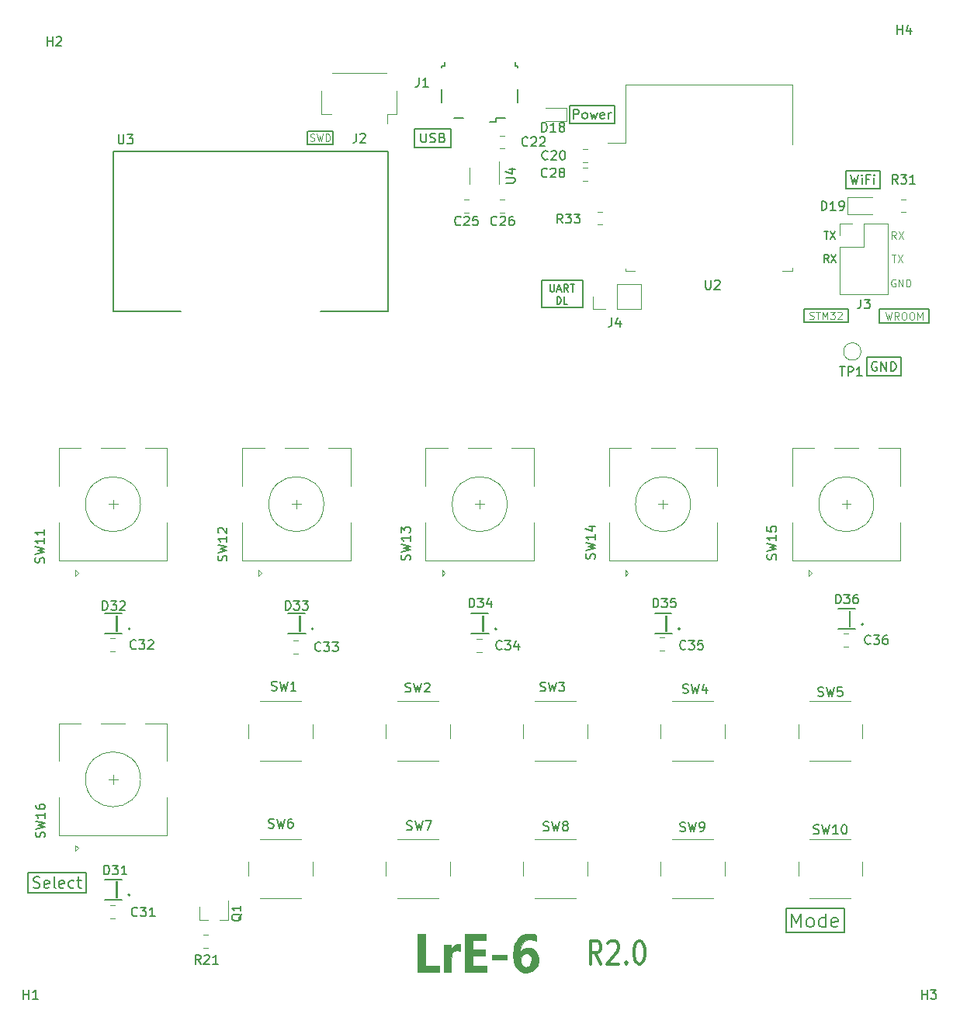
<source format=gto>
G04 #@! TF.GenerationSoftware,KiCad,Pcbnew,(5.1.2)-1*
G04 #@! TF.CreationDate,2019-06-12T04:53:13+09:00*
G04 #@! TF.ProjectId,LrE-6,4c72452d-362e-46b6-9963-61645f706362,rev?*
G04 #@! TF.SameCoordinates,Original*
G04 #@! TF.FileFunction,Legend,Top*
G04 #@! TF.FilePolarity,Positive*
%FSLAX46Y46*%
G04 Gerber Fmt 4.6, Leading zero omitted, Abs format (unit mm)*
G04 Created by KiCad (PCBNEW (5.1.2)-1) date 2019-06-12 04:53:13*
%MOMM*%
%LPD*%
G04 APERTURE LIST*
%ADD10C,0.150000*%
%ADD11C,0.200000*%
%ADD12C,0.120000*%
%ADD13C,0.300000*%
%ADD14C,0.100000*%
%ADD15C,0.010000*%
G04 APERTURE END LIST*
D10*
X72100000Y-142700000D02*
X65700000Y-142700000D01*
X72100000Y-144850000D02*
X72100000Y-142700000D01*
X65700000Y-144850000D02*
X72100000Y-144850000D01*
X65700000Y-142700000D02*
X65700000Y-144850000D01*
D11*
X66332142Y-144285714D02*
X66503571Y-144342857D01*
X66789285Y-144342857D01*
X66903571Y-144285714D01*
X66960714Y-144228571D01*
X67017857Y-144114285D01*
X67017857Y-144000000D01*
X66960714Y-143885714D01*
X66903571Y-143828571D01*
X66789285Y-143771428D01*
X66560714Y-143714285D01*
X66446428Y-143657142D01*
X66389285Y-143600000D01*
X66332142Y-143485714D01*
X66332142Y-143371428D01*
X66389285Y-143257142D01*
X66446428Y-143200000D01*
X66560714Y-143142857D01*
X66846428Y-143142857D01*
X67017857Y-143200000D01*
X67989285Y-144285714D02*
X67875000Y-144342857D01*
X67646428Y-144342857D01*
X67532142Y-144285714D01*
X67475000Y-144171428D01*
X67475000Y-143714285D01*
X67532142Y-143600000D01*
X67646428Y-143542857D01*
X67875000Y-143542857D01*
X67989285Y-143600000D01*
X68046428Y-143714285D01*
X68046428Y-143828571D01*
X67475000Y-143942857D01*
X68732142Y-144342857D02*
X68617857Y-144285714D01*
X68560714Y-144171428D01*
X68560714Y-143142857D01*
X69646428Y-144285714D02*
X69532142Y-144342857D01*
X69303571Y-144342857D01*
X69189285Y-144285714D01*
X69132142Y-144171428D01*
X69132142Y-143714285D01*
X69189285Y-143600000D01*
X69303571Y-143542857D01*
X69532142Y-143542857D01*
X69646428Y-143600000D01*
X69703571Y-143714285D01*
X69703571Y-143828571D01*
X69132142Y-143942857D01*
X70732142Y-144285714D02*
X70617857Y-144342857D01*
X70389285Y-144342857D01*
X70275000Y-144285714D01*
X70217857Y-144228571D01*
X70160714Y-144114285D01*
X70160714Y-143771428D01*
X70217857Y-143657142D01*
X70275000Y-143600000D01*
X70389285Y-143542857D01*
X70617857Y-143542857D01*
X70732142Y-143600000D01*
X71075000Y-143542857D02*
X71532142Y-143542857D01*
X71246428Y-143142857D02*
X71246428Y-144171428D01*
X71303571Y-144285714D01*
X71417857Y-144342857D01*
X71532142Y-144342857D01*
D10*
X158328095Y-87000000D02*
X158232857Y-86952380D01*
X158090000Y-86952380D01*
X157947142Y-87000000D01*
X157851904Y-87095238D01*
X157804285Y-87190476D01*
X157756666Y-87380952D01*
X157756666Y-87523809D01*
X157804285Y-87714285D01*
X157851904Y-87809523D01*
X157947142Y-87904761D01*
X158090000Y-87952380D01*
X158185238Y-87952380D01*
X158328095Y-87904761D01*
X158375714Y-87857142D01*
X158375714Y-87523809D01*
X158185238Y-87523809D01*
X158804285Y-87952380D02*
X158804285Y-86952380D01*
X159375714Y-87952380D01*
X159375714Y-86952380D01*
X159851904Y-87952380D02*
X159851904Y-86952380D01*
X160090000Y-86952380D01*
X160232857Y-87000000D01*
X160328095Y-87095238D01*
X160375714Y-87190476D01*
X160423333Y-87380952D01*
X160423333Y-87523809D01*
X160375714Y-87714285D01*
X160328095Y-87809523D01*
X160232857Y-87904761D01*
X160090000Y-87952380D01*
X159851904Y-87952380D01*
X157270000Y-88490000D02*
X160970000Y-88490000D01*
X160970000Y-86490000D02*
X157270000Y-86490000D01*
X160970000Y-88490000D02*
X160970000Y-86490000D01*
X157270000Y-86490000D02*
X157270000Y-88490000D01*
X98950000Y-61800000D02*
X96250000Y-61800000D01*
X99000000Y-63150000D02*
X99000000Y-61800000D01*
X96200000Y-63250000D02*
X99000000Y-63250000D01*
X96200000Y-61800000D02*
X96200000Y-63250000D01*
D12*
X160340476Y-78000000D02*
X160264285Y-77961904D01*
X160150000Y-77961904D01*
X160035714Y-78000000D01*
X159959523Y-78076190D01*
X159921428Y-78152380D01*
X159883333Y-78304761D01*
X159883333Y-78419047D01*
X159921428Y-78571428D01*
X159959523Y-78647619D01*
X160035714Y-78723809D01*
X160150000Y-78761904D01*
X160226190Y-78761904D01*
X160340476Y-78723809D01*
X160378571Y-78685714D01*
X160378571Y-78419047D01*
X160226190Y-78419047D01*
X160721428Y-78761904D02*
X160721428Y-77961904D01*
X161178571Y-78761904D01*
X161178571Y-77961904D01*
X161559523Y-78761904D02*
X161559523Y-77961904D01*
X161750000Y-77961904D01*
X161864285Y-78000000D01*
X161940476Y-78076190D01*
X161978571Y-78152380D01*
X162016666Y-78304761D01*
X162016666Y-78419047D01*
X161978571Y-78571428D01*
X161940476Y-78647619D01*
X161864285Y-78723809D01*
X161750000Y-78761904D01*
X161559523Y-78761904D01*
D10*
X164050000Y-81200000D02*
X158600000Y-81200000D01*
X164050000Y-82750000D02*
X164050000Y-81200000D01*
X158600000Y-82750000D02*
X164050000Y-82750000D01*
X158600000Y-81200000D02*
X158600000Y-82750000D01*
X155200000Y-81200000D02*
X150350000Y-81200000D01*
X155200000Y-82650000D02*
X155200000Y-81200000D01*
X150350000Y-82650000D02*
X155200000Y-82650000D01*
X150350000Y-81200000D02*
X150350000Y-82650000D01*
D12*
X150997619Y-82273809D02*
X151111904Y-82311904D01*
X151302380Y-82311904D01*
X151378571Y-82273809D01*
X151416666Y-82235714D01*
X151454761Y-82159523D01*
X151454761Y-82083333D01*
X151416666Y-82007142D01*
X151378571Y-81969047D01*
X151302380Y-81930952D01*
X151150000Y-81892857D01*
X151073809Y-81854761D01*
X151035714Y-81816666D01*
X150997619Y-81740476D01*
X150997619Y-81664285D01*
X151035714Y-81588095D01*
X151073809Y-81550000D01*
X151150000Y-81511904D01*
X151340476Y-81511904D01*
X151454761Y-81550000D01*
X151683333Y-81511904D02*
X152140476Y-81511904D01*
X151911904Y-82311904D02*
X151911904Y-81511904D01*
X152407142Y-82311904D02*
X152407142Y-81511904D01*
X152673809Y-82083333D01*
X152940476Y-81511904D01*
X152940476Y-82311904D01*
X153245238Y-81511904D02*
X153740476Y-81511904D01*
X153473809Y-81816666D01*
X153588095Y-81816666D01*
X153664285Y-81854761D01*
X153702380Y-81892857D01*
X153740476Y-81969047D01*
X153740476Y-82159523D01*
X153702380Y-82235714D01*
X153664285Y-82273809D01*
X153588095Y-82311904D01*
X153359523Y-82311904D01*
X153283333Y-82273809D01*
X153245238Y-82235714D01*
X154045238Y-81588095D02*
X154083333Y-81550000D01*
X154159523Y-81511904D01*
X154350000Y-81511904D01*
X154426190Y-81550000D01*
X154464285Y-81588095D01*
X154502380Y-81664285D01*
X154502380Y-81740476D01*
X154464285Y-81854761D01*
X154007142Y-82311904D01*
X154502380Y-82311904D01*
X159302904Y-81561904D02*
X159493380Y-82361904D01*
X159645761Y-81790476D01*
X159798142Y-82361904D01*
X159988619Y-81561904D01*
X160750523Y-82361904D02*
X160483857Y-81980952D01*
X160293380Y-82361904D02*
X160293380Y-81561904D01*
X160598142Y-81561904D01*
X160674333Y-81600000D01*
X160712428Y-81638095D01*
X160750523Y-81714285D01*
X160750523Y-81828571D01*
X160712428Y-81904761D01*
X160674333Y-81942857D01*
X160598142Y-81980952D01*
X160293380Y-81980952D01*
X161245761Y-81561904D02*
X161398142Y-81561904D01*
X161474333Y-81600000D01*
X161550523Y-81676190D01*
X161588619Y-81828571D01*
X161588619Y-82095238D01*
X161550523Y-82247619D01*
X161474333Y-82323809D01*
X161398142Y-82361904D01*
X161245761Y-82361904D01*
X161169571Y-82323809D01*
X161093380Y-82247619D01*
X161055285Y-82095238D01*
X161055285Y-81828571D01*
X161093380Y-81676190D01*
X161169571Y-81600000D01*
X161245761Y-81561904D01*
X162083857Y-81561904D02*
X162236238Y-81561904D01*
X162312428Y-81600000D01*
X162388619Y-81676190D01*
X162426714Y-81828571D01*
X162426714Y-82095238D01*
X162388619Y-82247619D01*
X162312428Y-82323809D01*
X162236238Y-82361904D01*
X162083857Y-82361904D01*
X162007666Y-82323809D01*
X161931476Y-82247619D01*
X161893380Y-82095238D01*
X161893380Y-81828571D01*
X161931476Y-81676190D01*
X162007666Y-81600000D01*
X162083857Y-81561904D01*
X162769571Y-82361904D02*
X162769571Y-81561904D01*
X163036238Y-82133333D01*
X163302904Y-81561904D01*
X163302904Y-82361904D01*
X160426666Y-73561904D02*
X160160000Y-73180952D01*
X159969523Y-73561904D02*
X159969523Y-72761904D01*
X160274285Y-72761904D01*
X160350476Y-72800000D01*
X160388571Y-72838095D01*
X160426666Y-72914285D01*
X160426666Y-73028571D01*
X160388571Y-73104761D01*
X160350476Y-73142857D01*
X160274285Y-73180952D01*
X159969523Y-73180952D01*
X160693333Y-72761904D02*
X161226666Y-73561904D01*
X161226666Y-72761904D02*
X160693333Y-73561904D01*
X159950476Y-75301904D02*
X160407619Y-75301904D01*
X160179047Y-76101904D02*
X160179047Y-75301904D01*
X160598095Y-75301904D02*
X161131428Y-76101904D01*
X161131428Y-75301904D02*
X160598095Y-76101904D01*
D10*
X152590476Y-72761904D02*
X153047619Y-72761904D01*
X152819047Y-73561904D02*
X152819047Y-72761904D01*
X153238095Y-72761904D02*
X153771428Y-73561904D01*
X153771428Y-72761904D02*
X153238095Y-73561904D01*
D12*
X96514285Y-62873809D02*
X96628571Y-62911904D01*
X96819047Y-62911904D01*
X96895238Y-62873809D01*
X96933333Y-62835714D01*
X96971428Y-62759523D01*
X96971428Y-62683333D01*
X96933333Y-62607142D01*
X96895238Y-62569047D01*
X96819047Y-62530952D01*
X96666666Y-62492857D01*
X96590476Y-62454761D01*
X96552380Y-62416666D01*
X96514285Y-62340476D01*
X96514285Y-62264285D01*
X96552380Y-62188095D01*
X96590476Y-62150000D01*
X96666666Y-62111904D01*
X96857142Y-62111904D01*
X96971428Y-62150000D01*
X97238095Y-62111904D02*
X97428571Y-62911904D01*
X97580952Y-62340476D01*
X97733333Y-62911904D01*
X97923809Y-62111904D01*
X98228571Y-62911904D02*
X98228571Y-62111904D01*
X98419047Y-62111904D01*
X98533333Y-62150000D01*
X98609523Y-62226190D01*
X98647619Y-62302380D01*
X98685714Y-62454761D01*
X98685714Y-62569047D01*
X98647619Y-62721428D01*
X98609523Y-62797619D01*
X98533333Y-62873809D01*
X98419047Y-62911904D01*
X98228571Y-62911904D01*
D10*
X153066666Y-76101904D02*
X152800000Y-75720952D01*
X152609523Y-76101904D02*
X152609523Y-75301904D01*
X152914285Y-75301904D01*
X152990476Y-75340000D01*
X153028571Y-75378095D01*
X153066666Y-75454285D01*
X153066666Y-75568571D01*
X153028571Y-75644761D01*
X152990476Y-75682857D01*
X152914285Y-75720952D01*
X152609523Y-75720952D01*
X153333333Y-75301904D02*
X153866666Y-76101904D01*
X153866666Y-75301904D02*
X153333333Y-76101904D01*
X126250000Y-78100000D02*
X121750000Y-78100000D01*
X126238000Y-81000000D02*
X126238000Y-78100000D01*
X121750000Y-81000000D02*
X126200000Y-81000000D01*
X121750000Y-78100000D02*
X121750000Y-81000000D01*
X122675809Y-78515904D02*
X122675809Y-79163523D01*
X122713904Y-79239714D01*
X122752000Y-79277809D01*
X122828190Y-79315904D01*
X122980571Y-79315904D01*
X123056761Y-79277809D01*
X123094857Y-79239714D01*
X123132952Y-79163523D01*
X123132952Y-78515904D01*
X123475809Y-79087333D02*
X123856761Y-79087333D01*
X123399619Y-79315904D02*
X123666285Y-78515904D01*
X123932952Y-79315904D01*
X124656761Y-79315904D02*
X124390095Y-78934952D01*
X124199619Y-79315904D02*
X124199619Y-78515904D01*
X124504380Y-78515904D01*
X124580571Y-78554000D01*
X124618666Y-78592095D01*
X124656761Y-78668285D01*
X124656761Y-78782571D01*
X124618666Y-78858761D01*
X124580571Y-78896857D01*
X124504380Y-78934952D01*
X124199619Y-78934952D01*
X124885333Y-78515904D02*
X125342476Y-78515904D01*
X125113904Y-79315904D02*
X125113904Y-78515904D01*
X123418666Y-80665904D02*
X123418666Y-79865904D01*
X123609142Y-79865904D01*
X123723428Y-79904000D01*
X123799619Y-79980190D01*
X123837714Y-80056380D01*
X123875809Y-80208761D01*
X123875809Y-80323047D01*
X123837714Y-80475428D01*
X123799619Y-80551619D01*
X123723428Y-80627809D01*
X123609142Y-80665904D01*
X123418666Y-80665904D01*
X124599619Y-80665904D02*
X124218666Y-80665904D01*
X124218666Y-79865904D01*
D11*
X154800000Y-146600000D02*
X148400000Y-146600000D01*
X154800000Y-149200000D02*
X154800000Y-146600000D01*
X148400000Y-149200000D02*
X154800000Y-149200000D01*
X148400000Y-146600000D02*
X148400000Y-149200000D01*
X149020000Y-148628571D02*
X149020000Y-147128571D01*
X149520000Y-148200000D01*
X150020000Y-147128571D01*
X150020000Y-148628571D01*
X150948571Y-148628571D02*
X150805714Y-148557142D01*
X150734285Y-148485714D01*
X150662857Y-148342857D01*
X150662857Y-147914285D01*
X150734285Y-147771428D01*
X150805714Y-147700000D01*
X150948571Y-147628571D01*
X151162857Y-147628571D01*
X151305714Y-147700000D01*
X151377142Y-147771428D01*
X151448571Y-147914285D01*
X151448571Y-148342857D01*
X151377142Y-148485714D01*
X151305714Y-148557142D01*
X151162857Y-148628571D01*
X150948571Y-148628571D01*
X152734285Y-148628571D02*
X152734285Y-147128571D01*
X152734285Y-148557142D02*
X152591428Y-148628571D01*
X152305714Y-148628571D01*
X152162857Y-148557142D01*
X152091428Y-148485714D01*
X152020000Y-148342857D01*
X152020000Y-147914285D01*
X152091428Y-147771428D01*
X152162857Y-147700000D01*
X152305714Y-147628571D01*
X152591428Y-147628571D01*
X152734285Y-147700000D01*
X154020000Y-148557142D02*
X153877142Y-148628571D01*
X153591428Y-148628571D01*
X153448571Y-148557142D01*
X153377142Y-148414285D01*
X153377142Y-147842857D01*
X153448571Y-147700000D01*
X153591428Y-147628571D01*
X153877142Y-147628571D01*
X154020000Y-147700000D01*
X154091428Y-147842857D01*
X154091428Y-147985714D01*
X153377142Y-148128571D01*
D10*
X155471666Y-66577380D02*
X155709761Y-67577380D01*
X155900238Y-66863095D01*
X156090714Y-67577380D01*
X156328809Y-66577380D01*
X156709761Y-67577380D02*
X156709761Y-66910714D01*
X156709761Y-66577380D02*
X156662142Y-66625000D01*
X156709761Y-66672619D01*
X156757380Y-66625000D01*
X156709761Y-66577380D01*
X156709761Y-66672619D01*
X157519285Y-67053571D02*
X157185952Y-67053571D01*
X157185952Y-67577380D02*
X157185952Y-66577380D01*
X157662142Y-66577380D01*
X158043095Y-67577380D02*
X158043095Y-66910714D01*
X158043095Y-66577380D02*
X157995476Y-66625000D01*
X158043095Y-66672619D01*
X158090714Y-66625000D01*
X158043095Y-66577380D01*
X158043095Y-66672619D01*
X158685000Y-66115000D02*
X154985000Y-66115000D01*
X158685000Y-68115000D02*
X158685000Y-66115000D01*
X154985000Y-68115000D02*
X158685000Y-68115000D01*
X154985000Y-66115000D02*
X154985000Y-68115000D01*
X108598095Y-62042380D02*
X108598095Y-62851904D01*
X108645714Y-62947142D01*
X108693333Y-62994761D01*
X108788571Y-63042380D01*
X108979047Y-63042380D01*
X109074285Y-62994761D01*
X109121904Y-62947142D01*
X109169523Y-62851904D01*
X109169523Y-62042380D01*
X109598095Y-62994761D02*
X109740952Y-63042380D01*
X109979047Y-63042380D01*
X110074285Y-62994761D01*
X110121904Y-62947142D01*
X110169523Y-62851904D01*
X110169523Y-62756666D01*
X110121904Y-62661428D01*
X110074285Y-62613809D01*
X109979047Y-62566190D01*
X109788571Y-62518571D01*
X109693333Y-62470952D01*
X109645714Y-62423333D01*
X109598095Y-62328095D01*
X109598095Y-62232857D01*
X109645714Y-62137619D01*
X109693333Y-62090000D01*
X109788571Y-62042380D01*
X110026666Y-62042380D01*
X110169523Y-62090000D01*
X110931428Y-62518571D02*
X111074285Y-62566190D01*
X111121904Y-62613809D01*
X111169523Y-62709047D01*
X111169523Y-62851904D01*
X111121904Y-62947142D01*
X111074285Y-62994761D01*
X110979047Y-63042380D01*
X110598095Y-63042380D01*
X110598095Y-62042380D01*
X110931428Y-62042380D01*
X111026666Y-62090000D01*
X111074285Y-62137619D01*
X111121904Y-62232857D01*
X111121904Y-62328095D01*
X111074285Y-62423333D01*
X111026666Y-62470952D01*
X110931428Y-62518571D01*
X110598095Y-62518571D01*
X111850000Y-61580000D02*
X107850000Y-61580000D01*
X111850000Y-63580000D02*
X111850000Y-61580000D01*
X107850000Y-63580000D02*
X111850000Y-63580000D01*
X107850000Y-61580000D02*
X107850000Y-63580000D01*
X129700000Y-59000000D02*
X124800000Y-59000000D01*
X129730000Y-61000000D02*
X129730000Y-59000000D01*
X124840000Y-61000000D02*
X129720000Y-61000000D01*
X124800000Y-59000000D02*
X124800000Y-61000000D01*
X125253809Y-60452380D02*
X125253809Y-59452380D01*
X125634761Y-59452380D01*
X125730000Y-59500000D01*
X125777619Y-59547619D01*
X125825238Y-59642857D01*
X125825238Y-59785714D01*
X125777619Y-59880952D01*
X125730000Y-59928571D01*
X125634761Y-59976190D01*
X125253809Y-59976190D01*
X126396666Y-60452380D02*
X126301428Y-60404761D01*
X126253809Y-60357142D01*
X126206190Y-60261904D01*
X126206190Y-59976190D01*
X126253809Y-59880952D01*
X126301428Y-59833333D01*
X126396666Y-59785714D01*
X126539523Y-59785714D01*
X126634761Y-59833333D01*
X126682380Y-59880952D01*
X126730000Y-59976190D01*
X126730000Y-60261904D01*
X126682380Y-60357142D01*
X126634761Y-60404761D01*
X126539523Y-60452380D01*
X126396666Y-60452380D01*
X127063333Y-59785714D02*
X127253809Y-60452380D01*
X127444285Y-59976190D01*
X127634761Y-60452380D01*
X127825238Y-59785714D01*
X128587142Y-60404761D02*
X128491904Y-60452380D01*
X128301428Y-60452380D01*
X128206190Y-60404761D01*
X128158571Y-60309523D01*
X128158571Y-59928571D01*
X128206190Y-59833333D01*
X128301428Y-59785714D01*
X128491904Y-59785714D01*
X128587142Y-59833333D01*
X128634761Y-59928571D01*
X128634761Y-60023809D01*
X128158571Y-60119047D01*
X129063333Y-60452380D02*
X129063333Y-59785714D01*
X129063333Y-59976190D02*
X129110952Y-59880952D01*
X129158571Y-59833333D01*
X129253809Y-59785714D01*
X129349047Y-59785714D01*
D13*
X128238095Y-152630952D02*
X127571428Y-151440476D01*
X127095238Y-152630952D02*
X127095238Y-150130952D01*
X127857142Y-150130952D01*
X128047619Y-150250000D01*
X128142857Y-150369047D01*
X128238095Y-150607142D01*
X128238095Y-150964285D01*
X128142857Y-151202380D01*
X128047619Y-151321428D01*
X127857142Y-151440476D01*
X127095238Y-151440476D01*
X129000000Y-150369047D02*
X129095238Y-150250000D01*
X129285714Y-150130952D01*
X129761904Y-150130952D01*
X129952380Y-150250000D01*
X130047619Y-150369047D01*
X130142857Y-150607142D01*
X130142857Y-150845238D01*
X130047619Y-151202380D01*
X128904761Y-152630952D01*
X130142857Y-152630952D01*
X131000000Y-152392857D02*
X131095238Y-152511904D01*
X131000000Y-152630952D01*
X130904761Y-152511904D01*
X131000000Y-152392857D01*
X131000000Y-152630952D01*
X132333333Y-150130952D02*
X132523809Y-150130952D01*
X132714285Y-150250000D01*
X132809523Y-150369047D01*
X132904761Y-150607142D01*
X133000000Y-151083333D01*
X133000000Y-151678571D01*
X132904761Y-152154761D01*
X132809523Y-152392857D01*
X132714285Y-152511904D01*
X132523809Y-152630952D01*
X132333333Y-152630952D01*
X132142857Y-152511904D01*
X132047619Y-152392857D01*
X131952380Y-152154761D01*
X131857142Y-151678571D01*
X131857142Y-151083333D01*
X131952380Y-150607142D01*
X132047619Y-150369047D01*
X132142857Y-150250000D01*
X132333333Y-150130952D01*
D10*
X75000000Y-64000000D02*
X105000000Y-64000000D01*
X105000000Y-64000000D02*
X105000000Y-81500000D01*
X82380000Y-81500000D02*
X75000000Y-81500000D01*
X75000000Y-81500000D02*
X75000000Y-64000000D01*
X97620000Y-81500000D02*
X105000000Y-81500000D01*
D12*
X84841422Y-150910000D02*
X85358578Y-150910000D01*
X84841422Y-149490000D02*
X85358578Y-149490000D01*
X84420000Y-147860000D02*
X84420000Y-146400000D01*
X87580000Y-147860000D02*
X87580000Y-145700000D01*
X87580000Y-147860000D02*
X86650000Y-147860000D01*
X84420000Y-147860000D02*
X85350000Y-147860000D01*
X155000000Y-103000000D02*
X155000000Y-102000000D01*
X154500000Y-102500000D02*
X155500000Y-102500000D01*
X158500000Y-96400000D02*
X160900000Y-96400000D01*
X153700000Y-96400000D02*
X156300000Y-96400000D01*
X149100000Y-96400000D02*
X151500000Y-96400000D01*
X150900000Y-109700000D02*
X151200000Y-110000000D01*
X150900000Y-110300000D02*
X150900000Y-109700000D01*
X151200000Y-110000000D02*
X150900000Y-110300000D01*
X149100000Y-108600000D02*
X160900000Y-108600000D01*
X149100000Y-104500000D02*
X149100000Y-108600000D01*
X160900000Y-104500000D02*
X160900000Y-108600000D01*
X160900000Y-96400000D02*
X160900000Y-100500000D01*
X149100000Y-100500000D02*
X149100000Y-96400000D01*
X158000000Y-102500000D02*
G75*
G03X158000000Y-102500000I-3000000J0D01*
G01*
X138000000Y-102500000D02*
G75*
G03X138000000Y-102500000I-3000000J0D01*
G01*
X129100000Y-100500000D02*
X129100000Y-96400000D01*
X140900000Y-96400000D02*
X140900000Y-100500000D01*
X140900000Y-104500000D02*
X140900000Y-108600000D01*
X129100000Y-104500000D02*
X129100000Y-108600000D01*
X129100000Y-108600000D02*
X140900000Y-108600000D01*
X131200000Y-110000000D02*
X130900000Y-110300000D01*
X130900000Y-110300000D02*
X130900000Y-109700000D01*
X130900000Y-109700000D02*
X131200000Y-110000000D01*
X129100000Y-96400000D02*
X131500000Y-96400000D01*
X133700000Y-96400000D02*
X136300000Y-96400000D01*
X138500000Y-96400000D02*
X140900000Y-96400000D01*
X134500000Y-102500000D02*
X135500000Y-102500000D01*
X135000000Y-103000000D02*
X135000000Y-102000000D01*
X118000000Y-102500000D02*
G75*
G03X118000000Y-102500000I-3000000J0D01*
G01*
X109100000Y-100500000D02*
X109100000Y-96400000D01*
X120900000Y-96400000D02*
X120900000Y-100500000D01*
X120900000Y-104500000D02*
X120900000Y-108600000D01*
X109100000Y-104500000D02*
X109100000Y-108600000D01*
X109100000Y-108600000D02*
X120900000Y-108600000D01*
X111200000Y-110000000D02*
X110900000Y-110300000D01*
X110900000Y-110300000D02*
X110900000Y-109700000D01*
X110900000Y-109700000D02*
X111200000Y-110000000D01*
X109100000Y-96400000D02*
X111500000Y-96400000D01*
X113700000Y-96400000D02*
X116300000Y-96400000D01*
X118500000Y-96400000D02*
X120900000Y-96400000D01*
X114500000Y-102500000D02*
X115500000Y-102500000D01*
X115000000Y-103000000D02*
X115000000Y-102000000D01*
X98000000Y-102500000D02*
G75*
G03X98000000Y-102500000I-3000000J0D01*
G01*
X89100000Y-100500000D02*
X89100000Y-96400000D01*
X100900000Y-96400000D02*
X100900000Y-100500000D01*
X100900000Y-104500000D02*
X100900000Y-108600000D01*
X89100000Y-104500000D02*
X89100000Y-108600000D01*
X89100000Y-108600000D02*
X100900000Y-108600000D01*
X91200000Y-110000000D02*
X90900000Y-110300000D01*
X90900000Y-110300000D02*
X90900000Y-109700000D01*
X90900000Y-109700000D02*
X91200000Y-110000000D01*
X89100000Y-96400000D02*
X91500000Y-96400000D01*
X93700000Y-96400000D02*
X96300000Y-96400000D01*
X98500000Y-96400000D02*
X100900000Y-96400000D01*
X94500000Y-102500000D02*
X95500000Y-102500000D01*
X95000000Y-103000000D02*
X95000000Y-102000000D01*
X78000000Y-102500000D02*
G75*
G03X78000000Y-102500000I-3000000J0D01*
G01*
X69100000Y-100500000D02*
X69100000Y-96400000D01*
X80900000Y-96400000D02*
X80900000Y-100500000D01*
X80900000Y-104500000D02*
X80900000Y-108600000D01*
X69100000Y-104500000D02*
X69100000Y-108600000D01*
X69100000Y-108600000D02*
X80900000Y-108600000D01*
X71200000Y-110000000D02*
X70900000Y-110300000D01*
X70900000Y-110300000D02*
X70900000Y-109700000D01*
X70900000Y-109700000D02*
X71200000Y-110000000D01*
X69100000Y-96400000D02*
X71500000Y-96400000D01*
X73700000Y-96400000D02*
X76300000Y-96400000D01*
X78500000Y-96400000D02*
X80900000Y-96400000D01*
X74500000Y-102500000D02*
X75500000Y-102500000D01*
X75000000Y-103000000D02*
X75000000Y-102000000D01*
X78000000Y-132500000D02*
G75*
G03X78000000Y-132500000I-3000000J0D01*
G01*
X69100000Y-130500000D02*
X69100000Y-126400000D01*
X80900000Y-126400000D02*
X80900000Y-130500000D01*
X80900000Y-134500000D02*
X80900000Y-138600000D01*
X69100000Y-134500000D02*
X69100000Y-138600000D01*
X69100000Y-138600000D02*
X80900000Y-138600000D01*
X71200000Y-140000000D02*
X70900000Y-140300000D01*
X70900000Y-140300000D02*
X70900000Y-139700000D01*
X70900000Y-139700000D02*
X71200000Y-140000000D01*
X69100000Y-126400000D02*
X71500000Y-126400000D01*
X73700000Y-126400000D02*
X76300000Y-126400000D01*
X78500000Y-126400000D02*
X80900000Y-126400000D01*
X74500000Y-132500000D02*
X75500000Y-132500000D01*
X75000000Y-133000000D02*
X75000000Y-132000000D01*
D10*
X156850000Y-115600000D02*
G75*
G03X156850000Y-115600000I-100000J0D01*
G01*
X154090000Y-116120000D02*
X156000000Y-116120000D01*
X154090000Y-113900000D02*
X155940000Y-113900000D01*
D14*
G36*
X155270000Y-114150000D02*
G01*
X155270000Y-115850000D01*
X155420000Y-115850000D01*
X155420000Y-114150000D01*
X155270000Y-114150000D01*
G37*
X155270000Y-114150000D02*
X155270000Y-115850000D01*
X155420000Y-115850000D01*
X155420000Y-114150000D01*
X155270000Y-114150000D01*
D10*
X136850000Y-116100000D02*
G75*
G03X136850000Y-116100000I-100000J0D01*
G01*
X134090000Y-116620000D02*
X136000000Y-116620000D01*
X134090000Y-114400000D02*
X135940000Y-114400000D01*
D14*
G36*
X135270000Y-114650000D02*
G01*
X135270000Y-116350000D01*
X135420000Y-116350000D01*
X135420000Y-114650000D01*
X135270000Y-114650000D01*
G37*
X135270000Y-114650000D02*
X135270000Y-116350000D01*
X135420000Y-116350000D01*
X135420000Y-114650000D01*
X135270000Y-114650000D01*
D10*
X116850000Y-116100000D02*
G75*
G03X116850000Y-116100000I-100000J0D01*
G01*
X114090000Y-116620000D02*
X116000000Y-116620000D01*
X114090000Y-114400000D02*
X115940000Y-114400000D01*
D14*
G36*
X115270000Y-114650000D02*
G01*
X115270000Y-116350000D01*
X115420000Y-116350000D01*
X115420000Y-114650000D01*
X115270000Y-114650000D01*
G37*
X115270000Y-114650000D02*
X115270000Y-116350000D01*
X115420000Y-116350000D01*
X115420000Y-114650000D01*
X115270000Y-114650000D01*
D10*
X96850000Y-116100000D02*
G75*
G03X96850000Y-116100000I-100000J0D01*
G01*
X94090000Y-116620000D02*
X96000000Y-116620000D01*
X94090000Y-114400000D02*
X95940000Y-114400000D01*
D14*
G36*
X95270000Y-114650000D02*
G01*
X95270000Y-116350000D01*
X95420000Y-116350000D01*
X95420000Y-114650000D01*
X95270000Y-114650000D01*
G37*
X95270000Y-114650000D02*
X95270000Y-116350000D01*
X95420000Y-116350000D01*
X95420000Y-114650000D01*
X95270000Y-114650000D01*
D10*
X76850000Y-116100000D02*
G75*
G03X76850000Y-116100000I-100000J0D01*
G01*
X74090000Y-116620000D02*
X76000000Y-116620000D01*
X74090000Y-114400000D02*
X75940000Y-114400000D01*
D14*
G36*
X75270000Y-114650000D02*
G01*
X75270000Y-116350000D01*
X75420000Y-116350000D01*
X75420000Y-114650000D01*
X75270000Y-114650000D01*
G37*
X75270000Y-114650000D02*
X75270000Y-116350000D01*
X75420000Y-116350000D01*
X75420000Y-114650000D01*
X75270000Y-114650000D01*
D10*
X76850000Y-145100000D02*
G75*
G03X76850000Y-145100000I-100000J0D01*
G01*
X74090000Y-145620000D02*
X76000000Y-145620000D01*
X74090000Y-143400000D02*
X75940000Y-143400000D01*
D14*
G36*
X75270000Y-143650000D02*
G01*
X75270000Y-145350000D01*
X75420000Y-145350000D01*
X75420000Y-143650000D01*
X75270000Y-143650000D01*
G37*
X75270000Y-143650000D02*
X75270000Y-145350000D01*
X75420000Y-145350000D01*
X75420000Y-143650000D01*
X75270000Y-143650000D01*
D12*
X154691422Y-118060000D02*
X155208578Y-118060000D01*
X154691422Y-116640000D02*
X155208578Y-116640000D01*
X134666422Y-118485000D02*
X135183578Y-118485000D01*
X134666422Y-117065000D02*
X135183578Y-117065000D01*
X114691422Y-118635000D02*
X115208578Y-118635000D01*
X114691422Y-117215000D02*
X115208578Y-117215000D01*
X94666422Y-118785000D02*
X95183578Y-118785000D01*
X94666422Y-117365000D02*
X95183578Y-117365000D01*
X74716422Y-118535000D02*
X75233578Y-118535000D01*
X74716422Y-117115000D02*
X75233578Y-117115000D01*
X74666422Y-147635000D02*
X75183578Y-147635000D01*
X74666422Y-146215000D02*
X75183578Y-146215000D01*
X160991422Y-69240000D02*
X161508578Y-69240000D01*
X160991422Y-70660000D02*
X161508578Y-70660000D01*
X127878922Y-72010000D02*
X128396078Y-72010000D01*
X127878922Y-70590000D02*
X128396078Y-70590000D01*
D14*
X130880000Y-76800000D02*
X130880000Y-77020000D01*
X130880000Y-77020000D02*
X131900000Y-77020000D01*
X149120000Y-76700000D02*
X149120000Y-77000000D01*
X148000000Y-77020000D02*
X149120000Y-77020000D01*
X130880000Y-56780000D02*
X149120000Y-56780000D01*
X149120000Y-56780000D02*
X149120000Y-63300000D01*
X130880000Y-56780000D02*
X130880000Y-63100000D01*
X130880000Y-63100000D02*
X129000000Y-63100000D01*
D12*
X122200000Y-60735000D02*
X124485000Y-60735000D01*
X124485000Y-60735000D02*
X124485000Y-59265000D01*
X124485000Y-59265000D02*
X122200000Y-59265000D01*
X156600000Y-85850000D02*
G75*
G03X156600000Y-85850000I-950000J0D01*
G01*
X155165000Y-70910000D02*
X157850000Y-70910000D01*
X155165000Y-68990000D02*
X155165000Y-70910000D01*
X157850000Y-68990000D02*
X155165000Y-68990000D01*
X126241422Y-65790000D02*
X126758578Y-65790000D01*
X126241422Y-67210000D02*
X126758578Y-67210000D01*
X132580000Y-81180000D02*
X132580000Y-78520000D01*
X129980000Y-81180000D02*
X132580000Y-81180000D01*
X129980000Y-78520000D02*
X132580000Y-78520000D01*
X129980000Y-81180000D02*
X129980000Y-78520000D01*
X128710000Y-81180000D02*
X127380000Y-81180000D01*
X127380000Y-81180000D02*
X127380000Y-79850000D01*
X154320000Y-79610000D02*
X159520000Y-79610000D01*
X154320000Y-74470000D02*
X154320000Y-79610000D01*
X159520000Y-71870000D02*
X159520000Y-79610000D01*
X154320000Y-74470000D02*
X156920000Y-74470000D01*
X156920000Y-74470000D02*
X156920000Y-71870000D01*
X156920000Y-71870000D02*
X159520000Y-71870000D01*
X154320000Y-73200000D02*
X154320000Y-71870000D01*
X154320000Y-71870000D02*
X155650000Y-71870000D01*
X151000000Y-130500000D02*
X155500000Y-130500000D01*
X149750000Y-126500000D02*
X149750000Y-128000000D01*
X155500000Y-124000000D02*
X151000000Y-124000000D01*
X156750000Y-128000000D02*
X156750000Y-126500000D01*
X96750000Y-143000000D02*
X96750000Y-141500000D01*
X95500000Y-139000000D02*
X91000000Y-139000000D01*
X89750000Y-141500000D02*
X89750000Y-143000000D01*
X91000000Y-145500000D02*
X95500000Y-145500000D01*
X106000000Y-145500000D02*
X110500000Y-145500000D01*
X104750000Y-141500000D02*
X104750000Y-143000000D01*
X110500000Y-139000000D02*
X106000000Y-139000000D01*
X111750000Y-143000000D02*
X111750000Y-141500000D01*
X96750000Y-128000000D02*
X96750000Y-126500000D01*
X95500000Y-124000000D02*
X91000000Y-124000000D01*
X89750000Y-126500000D02*
X89750000Y-128000000D01*
X91000000Y-130500000D02*
X95500000Y-130500000D01*
X106000000Y-130500000D02*
X110500000Y-130500000D01*
X104750000Y-126500000D02*
X104750000Y-128000000D01*
X110500000Y-124000000D02*
X106000000Y-124000000D01*
X111750000Y-128000000D02*
X111750000Y-126500000D01*
X126750000Y-128000000D02*
X126750000Y-126500000D01*
X125500000Y-124000000D02*
X121000000Y-124000000D01*
X119750000Y-126500000D02*
X119750000Y-128000000D01*
X121000000Y-130500000D02*
X125500000Y-130500000D01*
X136000000Y-130500000D02*
X140500000Y-130500000D01*
X134750000Y-126500000D02*
X134750000Y-128000000D01*
X140500000Y-124000000D02*
X136000000Y-124000000D01*
X141750000Y-128000000D02*
X141750000Y-126500000D01*
X151000000Y-145500000D02*
X155500000Y-145500000D01*
X149750000Y-141500000D02*
X149750000Y-143000000D01*
X155500000Y-139000000D02*
X151000000Y-139000000D01*
X156750000Y-143000000D02*
X156750000Y-141500000D01*
X141750000Y-143000000D02*
X141750000Y-141500000D01*
X140500000Y-139000000D02*
X136000000Y-139000000D01*
X134750000Y-141500000D02*
X134750000Y-143000000D01*
X136000000Y-145500000D02*
X140500000Y-145500000D01*
X121000000Y-145500000D02*
X125500000Y-145500000D01*
X119750000Y-141500000D02*
X119750000Y-143000000D01*
X125500000Y-139000000D02*
X121000000Y-139000000D01*
X126750000Y-143000000D02*
X126750000Y-141500000D01*
X117179422Y-62290000D02*
X117696578Y-62290000D01*
X117179422Y-63710000D02*
X117696578Y-63710000D01*
X126241422Y-65210000D02*
X126758578Y-65210000D01*
X126241422Y-63790000D02*
X126758578Y-63790000D01*
X113820578Y-69290000D02*
X113303422Y-69290000D01*
X113820578Y-70710000D02*
X113303422Y-70710000D01*
X117179422Y-69290000D02*
X117696578Y-69290000D01*
X117179422Y-70710000D02*
X117696578Y-70710000D01*
X104794000Y-55481000D02*
X98914000Y-55481000D01*
X97744000Y-59951000D02*
X98794000Y-59951000D01*
X97744000Y-57451000D02*
X97744000Y-59951000D01*
X104914000Y-59951000D02*
X104914000Y-60941000D01*
X105964000Y-59951000D02*
X104914000Y-59951000D01*
X105964000Y-57451000D02*
X105964000Y-59951000D01*
D10*
X113200000Y-60400000D02*
X112200000Y-60400000D01*
X116800000Y-60400000D02*
X117800000Y-60400000D01*
X116800000Y-60825000D02*
X116800000Y-60400000D01*
X116075000Y-60825000D02*
X116800000Y-60825000D01*
X110850000Y-57250000D02*
X110850000Y-58650000D01*
X110850000Y-54700000D02*
X110850000Y-54850000D01*
X111150000Y-54700000D02*
X110850000Y-54700000D01*
X111150000Y-54250000D02*
X111150000Y-54700000D01*
X118850000Y-54700000D02*
X118850000Y-54250000D01*
X119150000Y-54700000D02*
X118850000Y-54700000D01*
X119150000Y-54850000D02*
X119150000Y-54700000D01*
X119150000Y-58650000D02*
X119150000Y-57250000D01*
D12*
X113890000Y-65800000D02*
X113890000Y-67600000D01*
X117110000Y-67600000D02*
X117110000Y-65150000D01*
D15*
G36*
X120662617Y-149347808D02*
G01*
X120845967Y-149362458D01*
X120981496Y-149382936D01*
X121026930Y-149396114D01*
X121089676Y-149427615D01*
X121126264Y-149470620D01*
X121143731Y-149547115D01*
X121149114Y-149679087D01*
X121149474Y-149779002D01*
X121149474Y-150110034D01*
X120926189Y-150025193D01*
X120619614Y-149948953D01*
X120333155Y-149955873D01*
X120073479Y-150041010D01*
X119847253Y-150199420D01*
X119661145Y-150426161D01*
X119521821Y-150716291D01*
X119435948Y-151064865D01*
X119426234Y-151137226D01*
X119397987Y-151377563D01*
X119594169Y-151181655D01*
X119826361Y-151007544D01*
X120087232Y-150908252D01*
X120361231Y-150881225D01*
X120632810Y-150923907D01*
X120886417Y-151033746D01*
X121106504Y-151208185D01*
X121277519Y-151444670D01*
X121285212Y-151459465D01*
X121375335Y-151713585D01*
X121420043Y-152013880D01*
X121418667Y-152329455D01*
X121370543Y-152629410D01*
X121314145Y-152800730D01*
X121190222Y-153010590D01*
X121007839Y-153213544D01*
X120795146Y-153381682D01*
X120647135Y-153462073D01*
X120401770Y-153538184D01*
X120126690Y-153576184D01*
X119858301Y-153573490D01*
X119648832Y-153532929D01*
X119356380Y-153401153D01*
X119118930Y-153211252D01*
X118928308Y-152954691D01*
X118776340Y-152622937D01*
X118775823Y-152621515D01*
X118720844Y-152408359D01*
X118702028Y-152273146D01*
X119460129Y-152273146D01*
X119505849Y-152500090D01*
X119596143Y-152702395D01*
X119724684Y-152858771D01*
X119857193Y-152938913D01*
X120025043Y-152966212D01*
X120211118Y-152947360D01*
X120347433Y-152896558D01*
X120508657Y-152750669D01*
X120612973Y-152539998D01*
X120657714Y-152270481D01*
X120659298Y-152202365D01*
X120628489Y-151932538D01*
X120537753Y-151725306D01*
X120389628Y-151583654D01*
X120186650Y-151510567D01*
X120062979Y-151500657D01*
X119852877Y-151540288D01*
X119668499Y-151649809D01*
X119536615Y-151812723D01*
X119527727Y-151830507D01*
X119465312Y-152042855D01*
X119460129Y-152273146D01*
X118702028Y-152273146D01*
X118682569Y-152133320D01*
X118661897Y-151822227D01*
X118659728Y-151500905D01*
X118676960Y-151195183D01*
X118714494Y-150930889D01*
X118716607Y-150920702D01*
X118843339Y-150490269D01*
X119027995Y-150118976D01*
X119267140Y-149811768D01*
X119557339Y-149573594D01*
X119713777Y-149485234D01*
X119858226Y-149417311D01*
X119976202Y-149374577D01*
X120096687Y-149351435D01*
X120248663Y-149342288D01*
X120457835Y-149341515D01*
X120662617Y-149347808D01*
X120662617Y-149347808D01*
G37*
X120662617Y-149347808D02*
X120845967Y-149362458D01*
X120981496Y-149382936D01*
X121026930Y-149396114D01*
X121089676Y-149427615D01*
X121126264Y-149470620D01*
X121143731Y-149547115D01*
X121149114Y-149679087D01*
X121149474Y-149779002D01*
X121149474Y-150110034D01*
X120926189Y-150025193D01*
X120619614Y-149948953D01*
X120333155Y-149955873D01*
X120073479Y-150041010D01*
X119847253Y-150199420D01*
X119661145Y-150426161D01*
X119521821Y-150716291D01*
X119435948Y-151064865D01*
X119426234Y-151137226D01*
X119397987Y-151377563D01*
X119594169Y-151181655D01*
X119826361Y-151007544D01*
X120087232Y-150908252D01*
X120361231Y-150881225D01*
X120632810Y-150923907D01*
X120886417Y-151033746D01*
X121106504Y-151208185D01*
X121277519Y-151444670D01*
X121285212Y-151459465D01*
X121375335Y-151713585D01*
X121420043Y-152013880D01*
X121418667Y-152329455D01*
X121370543Y-152629410D01*
X121314145Y-152800730D01*
X121190222Y-153010590D01*
X121007839Y-153213544D01*
X120795146Y-153381682D01*
X120647135Y-153462073D01*
X120401770Y-153538184D01*
X120126690Y-153576184D01*
X119858301Y-153573490D01*
X119648832Y-153532929D01*
X119356380Y-153401153D01*
X119118930Y-153211252D01*
X118928308Y-152954691D01*
X118776340Y-152622937D01*
X118775823Y-152621515D01*
X118720844Y-152408359D01*
X118702028Y-152273146D01*
X119460129Y-152273146D01*
X119505849Y-152500090D01*
X119596143Y-152702395D01*
X119724684Y-152858771D01*
X119857193Y-152938913D01*
X120025043Y-152966212D01*
X120211118Y-152947360D01*
X120347433Y-152896558D01*
X120508657Y-152750669D01*
X120612973Y-152539998D01*
X120657714Y-152270481D01*
X120659298Y-152202365D01*
X120628489Y-151932538D01*
X120537753Y-151725306D01*
X120389628Y-151583654D01*
X120186650Y-151510567D01*
X120062979Y-151500657D01*
X119852877Y-151540288D01*
X119668499Y-151649809D01*
X119536615Y-151812723D01*
X119527727Y-151830507D01*
X119465312Y-152042855D01*
X119460129Y-152273146D01*
X118702028Y-152273146D01*
X118682569Y-152133320D01*
X118661897Y-151822227D01*
X118659728Y-151500905D01*
X118676960Y-151195183D01*
X118714494Y-150930889D01*
X118716607Y-150920702D01*
X118843339Y-150490269D01*
X119027995Y-150118976D01*
X119267140Y-149811768D01*
X119557339Y-149573594D01*
X119713777Y-149485234D01*
X119858226Y-149417311D01*
X119976202Y-149374577D01*
X120096687Y-149351435D01*
X120248663Y-149342288D01*
X120457835Y-149341515D01*
X120662617Y-149347808D01*
G36*
X109028772Y-152836842D02*
G01*
X110588421Y-152836842D01*
X110588421Y-153505263D01*
X108226667Y-153505263D01*
X108226667Y-149405614D01*
X109028772Y-149405614D01*
X109028772Y-152836842D01*
X109028772Y-152836842D01*
G37*
X109028772Y-152836842D02*
X110588421Y-152836842D01*
X110588421Y-153505263D01*
X108226667Y-153505263D01*
X108226667Y-149405614D01*
X109028772Y-149405614D01*
X109028772Y-152836842D01*
G36*
X112838772Y-150497369D02*
G01*
X112851756Y-150867555D01*
X112856975Y-151047559D01*
X112854679Y-151153933D01*
X112841287Y-151202084D01*
X112813220Y-151207418D01*
X112776703Y-151190625D01*
X112620965Y-151148402D01*
X112432914Y-151154713D01*
X112252931Y-151206533D01*
X112201181Y-151233719D01*
X112103042Y-151303253D01*
X112026986Y-151385396D01*
X111970290Y-151491822D01*
X111930231Y-151634203D01*
X111904083Y-151824211D01*
X111889124Y-152073520D01*
X111882630Y-152393803D01*
X111881681Y-152602895D01*
X111880702Y-153505263D01*
X111078597Y-153505263D01*
X111078597Y-150564211D01*
X111880702Y-150564211D01*
X111882168Y-151032105D01*
X111981882Y-150853860D01*
X112125696Y-150679973D01*
X112322919Y-150552808D01*
X112544377Y-150488235D01*
X112660526Y-150484738D01*
X112838772Y-150497369D01*
X112838772Y-150497369D01*
G37*
X112838772Y-150497369D02*
X112851756Y-150867555D01*
X112856975Y-151047559D01*
X112854679Y-151153933D01*
X112841287Y-151202084D01*
X112813220Y-151207418D01*
X112776703Y-151190625D01*
X112620965Y-151148402D01*
X112432914Y-151154713D01*
X112252931Y-151206533D01*
X112201181Y-151233719D01*
X112103042Y-151303253D01*
X112026986Y-151385396D01*
X111970290Y-151491822D01*
X111930231Y-151634203D01*
X111904083Y-151824211D01*
X111889124Y-152073520D01*
X111882630Y-152393803D01*
X111881681Y-152602895D01*
X111880702Y-153505263D01*
X111078597Y-153505263D01*
X111078597Y-150564211D01*
X111880702Y-150564211D01*
X111882168Y-151032105D01*
X111981882Y-150853860D01*
X112125696Y-150679973D01*
X112322919Y-150552808D01*
X112544377Y-150488235D01*
X112660526Y-150484738D01*
X112838772Y-150497369D01*
G36*
X115668421Y-150074035D02*
G01*
X114197895Y-150074035D01*
X114197895Y-151098947D01*
X115579298Y-151098947D01*
X115579298Y-151767369D01*
X114197895Y-151767369D01*
X114197895Y-152836842D01*
X115757544Y-152836842D01*
X115757544Y-153505263D01*
X113395790Y-153505263D01*
X113395790Y-149405614D01*
X115668421Y-149405614D01*
X115668421Y-150074035D01*
X115668421Y-150074035D01*
G37*
X115668421Y-150074035D02*
X114197895Y-150074035D01*
X114197895Y-151098947D01*
X115579298Y-151098947D01*
X115579298Y-151767369D01*
X114197895Y-151767369D01*
X114197895Y-152836842D01*
X115757544Y-152836842D01*
X115757544Y-153505263D01*
X113395790Y-153505263D01*
X113395790Y-149405614D01*
X115668421Y-149405614D01*
X115668421Y-150074035D01*
G36*
X117941053Y-152168421D02*
G01*
X116381404Y-152168421D01*
X116381404Y-151633684D01*
X117941053Y-151633684D01*
X117941053Y-152168421D01*
X117941053Y-152168421D01*
G37*
X117941053Y-152168421D02*
X116381404Y-152168421D01*
X116381404Y-151633684D01*
X117941053Y-151633684D01*
X117941053Y-152168421D01*
D10*
X75590495Y-62190380D02*
X75590495Y-62999904D01*
X75638114Y-63095142D01*
X75685733Y-63142761D01*
X75780971Y-63190380D01*
X75971447Y-63190380D01*
X76066685Y-63142761D01*
X76114304Y-63095142D01*
X76161923Y-62999904D01*
X76161923Y-62190380D01*
X76542876Y-62190380D02*
X77161923Y-62190380D01*
X76828590Y-62571333D01*
X76971447Y-62571333D01*
X77066685Y-62618952D01*
X77114304Y-62666571D01*
X77161923Y-62761809D01*
X77161923Y-62999904D01*
X77114304Y-63095142D01*
X77066685Y-63142761D01*
X76971447Y-63190380D01*
X76685733Y-63190380D01*
X76590495Y-63142761D01*
X76542876Y-63095142D01*
X84557142Y-152652380D02*
X84223809Y-152176190D01*
X83985714Y-152652380D02*
X83985714Y-151652380D01*
X84366666Y-151652380D01*
X84461904Y-151700000D01*
X84509523Y-151747619D01*
X84557142Y-151842857D01*
X84557142Y-151985714D01*
X84509523Y-152080952D01*
X84461904Y-152128571D01*
X84366666Y-152176190D01*
X83985714Y-152176190D01*
X84938095Y-151747619D02*
X84985714Y-151700000D01*
X85080952Y-151652380D01*
X85319047Y-151652380D01*
X85414285Y-151700000D01*
X85461904Y-151747619D01*
X85509523Y-151842857D01*
X85509523Y-151938095D01*
X85461904Y-152080952D01*
X84890476Y-152652380D01*
X85509523Y-152652380D01*
X86461904Y-152652380D02*
X85890476Y-152652380D01*
X86176190Y-152652380D02*
X86176190Y-151652380D01*
X86080952Y-151795238D01*
X85985714Y-151890476D01*
X85890476Y-151938095D01*
X89047619Y-147195238D02*
X89000000Y-147290476D01*
X88904761Y-147385714D01*
X88761904Y-147528571D01*
X88714285Y-147623809D01*
X88714285Y-147719047D01*
X88952380Y-147671428D02*
X88904761Y-147766666D01*
X88809523Y-147861904D01*
X88619047Y-147909523D01*
X88285714Y-147909523D01*
X88095238Y-147861904D01*
X88000000Y-147766666D01*
X87952380Y-147671428D01*
X87952380Y-147480952D01*
X88000000Y-147385714D01*
X88095238Y-147290476D01*
X88285714Y-147242857D01*
X88619047Y-147242857D01*
X88809523Y-147290476D01*
X88904761Y-147385714D01*
X88952380Y-147480952D01*
X88952380Y-147671428D01*
X88952380Y-146290476D02*
X88952380Y-146861904D01*
X88952380Y-146576190D02*
X87952380Y-146576190D01*
X88095238Y-146671428D01*
X88190476Y-146766666D01*
X88238095Y-146861904D01*
X147314761Y-108529523D02*
X147362380Y-108386666D01*
X147362380Y-108148571D01*
X147314761Y-108053333D01*
X147267142Y-108005714D01*
X147171904Y-107958095D01*
X147076666Y-107958095D01*
X146981428Y-108005714D01*
X146933809Y-108053333D01*
X146886190Y-108148571D01*
X146838571Y-108339047D01*
X146790952Y-108434285D01*
X146743333Y-108481904D01*
X146648095Y-108529523D01*
X146552857Y-108529523D01*
X146457619Y-108481904D01*
X146410000Y-108434285D01*
X146362380Y-108339047D01*
X146362380Y-108100952D01*
X146410000Y-107958095D01*
X146362380Y-107624761D02*
X147362380Y-107386666D01*
X146648095Y-107196190D01*
X147362380Y-107005714D01*
X146362380Y-106767619D01*
X147362380Y-105862857D02*
X147362380Y-106434285D01*
X147362380Y-106148571D02*
X146362380Y-106148571D01*
X146505238Y-106243809D01*
X146600476Y-106339047D01*
X146648095Y-106434285D01*
X146362380Y-104958095D02*
X146362380Y-105434285D01*
X146838571Y-105481904D01*
X146790952Y-105434285D01*
X146743333Y-105339047D01*
X146743333Y-105100952D01*
X146790952Y-105005714D01*
X146838571Y-104958095D01*
X146933809Y-104910476D01*
X147171904Y-104910476D01*
X147267142Y-104958095D01*
X147314761Y-105005714D01*
X147362380Y-105100952D01*
X147362380Y-105339047D01*
X147314761Y-105434285D01*
X147267142Y-105481904D01*
X127524761Y-108459523D02*
X127572380Y-108316666D01*
X127572380Y-108078571D01*
X127524761Y-107983333D01*
X127477142Y-107935714D01*
X127381904Y-107888095D01*
X127286666Y-107888095D01*
X127191428Y-107935714D01*
X127143809Y-107983333D01*
X127096190Y-108078571D01*
X127048571Y-108269047D01*
X127000952Y-108364285D01*
X126953333Y-108411904D01*
X126858095Y-108459523D01*
X126762857Y-108459523D01*
X126667619Y-108411904D01*
X126620000Y-108364285D01*
X126572380Y-108269047D01*
X126572380Y-108030952D01*
X126620000Y-107888095D01*
X126572380Y-107554761D02*
X127572380Y-107316666D01*
X126858095Y-107126190D01*
X127572380Y-106935714D01*
X126572380Y-106697619D01*
X127572380Y-105792857D02*
X127572380Y-106364285D01*
X127572380Y-106078571D02*
X126572380Y-106078571D01*
X126715238Y-106173809D01*
X126810476Y-106269047D01*
X126858095Y-106364285D01*
X126905714Y-104935714D02*
X127572380Y-104935714D01*
X126524761Y-105173809D02*
X127239047Y-105411904D01*
X127239047Y-104792857D01*
X107374761Y-108599523D02*
X107422380Y-108456666D01*
X107422380Y-108218571D01*
X107374761Y-108123333D01*
X107327142Y-108075714D01*
X107231904Y-108028095D01*
X107136666Y-108028095D01*
X107041428Y-108075714D01*
X106993809Y-108123333D01*
X106946190Y-108218571D01*
X106898571Y-108409047D01*
X106850952Y-108504285D01*
X106803333Y-108551904D01*
X106708095Y-108599523D01*
X106612857Y-108599523D01*
X106517619Y-108551904D01*
X106470000Y-108504285D01*
X106422380Y-108409047D01*
X106422380Y-108170952D01*
X106470000Y-108028095D01*
X106422380Y-107694761D02*
X107422380Y-107456666D01*
X106708095Y-107266190D01*
X107422380Y-107075714D01*
X106422380Y-106837619D01*
X107422380Y-105932857D02*
X107422380Y-106504285D01*
X107422380Y-106218571D02*
X106422380Y-106218571D01*
X106565238Y-106313809D01*
X106660476Y-106409047D01*
X106708095Y-106504285D01*
X106422380Y-105599523D02*
X106422380Y-104980476D01*
X106803333Y-105313809D01*
X106803333Y-105170952D01*
X106850952Y-105075714D01*
X106898571Y-105028095D01*
X106993809Y-104980476D01*
X107231904Y-104980476D01*
X107327142Y-105028095D01*
X107374761Y-105075714D01*
X107422380Y-105170952D01*
X107422380Y-105456666D01*
X107374761Y-105551904D01*
X107327142Y-105599523D01*
X87384761Y-108669523D02*
X87432380Y-108526666D01*
X87432380Y-108288571D01*
X87384761Y-108193333D01*
X87337142Y-108145714D01*
X87241904Y-108098095D01*
X87146666Y-108098095D01*
X87051428Y-108145714D01*
X87003809Y-108193333D01*
X86956190Y-108288571D01*
X86908571Y-108479047D01*
X86860952Y-108574285D01*
X86813333Y-108621904D01*
X86718095Y-108669523D01*
X86622857Y-108669523D01*
X86527619Y-108621904D01*
X86480000Y-108574285D01*
X86432380Y-108479047D01*
X86432380Y-108240952D01*
X86480000Y-108098095D01*
X86432380Y-107764761D02*
X87432380Y-107526666D01*
X86718095Y-107336190D01*
X87432380Y-107145714D01*
X86432380Y-106907619D01*
X87432380Y-106002857D02*
X87432380Y-106574285D01*
X87432380Y-106288571D02*
X86432380Y-106288571D01*
X86575238Y-106383809D01*
X86670476Y-106479047D01*
X86718095Y-106574285D01*
X86527619Y-105621904D02*
X86480000Y-105574285D01*
X86432380Y-105479047D01*
X86432380Y-105240952D01*
X86480000Y-105145714D01*
X86527619Y-105098095D01*
X86622857Y-105050476D01*
X86718095Y-105050476D01*
X86860952Y-105098095D01*
X87432380Y-105669523D01*
X87432380Y-105050476D01*
X67454761Y-108889523D02*
X67502380Y-108746666D01*
X67502380Y-108508571D01*
X67454761Y-108413333D01*
X67407142Y-108365714D01*
X67311904Y-108318095D01*
X67216666Y-108318095D01*
X67121428Y-108365714D01*
X67073809Y-108413333D01*
X67026190Y-108508571D01*
X66978571Y-108699047D01*
X66930952Y-108794285D01*
X66883333Y-108841904D01*
X66788095Y-108889523D01*
X66692857Y-108889523D01*
X66597619Y-108841904D01*
X66550000Y-108794285D01*
X66502380Y-108699047D01*
X66502380Y-108460952D01*
X66550000Y-108318095D01*
X66502380Y-107984761D02*
X67502380Y-107746666D01*
X66788095Y-107556190D01*
X67502380Y-107365714D01*
X66502380Y-107127619D01*
X67502380Y-106222857D02*
X67502380Y-106794285D01*
X67502380Y-106508571D02*
X66502380Y-106508571D01*
X66645238Y-106603809D01*
X66740476Y-106699047D01*
X66788095Y-106794285D01*
X67502380Y-105270476D02*
X67502380Y-105841904D01*
X67502380Y-105556190D02*
X66502380Y-105556190D01*
X66645238Y-105651428D01*
X66740476Y-105746666D01*
X66788095Y-105841904D01*
X67524761Y-138819523D02*
X67572380Y-138676666D01*
X67572380Y-138438571D01*
X67524761Y-138343333D01*
X67477142Y-138295714D01*
X67381904Y-138248095D01*
X67286666Y-138248095D01*
X67191428Y-138295714D01*
X67143809Y-138343333D01*
X67096190Y-138438571D01*
X67048571Y-138629047D01*
X67000952Y-138724285D01*
X66953333Y-138771904D01*
X66858095Y-138819523D01*
X66762857Y-138819523D01*
X66667619Y-138771904D01*
X66620000Y-138724285D01*
X66572380Y-138629047D01*
X66572380Y-138390952D01*
X66620000Y-138248095D01*
X66572380Y-137914761D02*
X67572380Y-137676666D01*
X66858095Y-137486190D01*
X67572380Y-137295714D01*
X66572380Y-137057619D01*
X67572380Y-136152857D02*
X67572380Y-136724285D01*
X67572380Y-136438571D02*
X66572380Y-136438571D01*
X66715238Y-136533809D01*
X66810476Y-136629047D01*
X66858095Y-136724285D01*
X66572380Y-135295714D02*
X66572380Y-135486190D01*
X66620000Y-135581428D01*
X66667619Y-135629047D01*
X66810476Y-135724285D01*
X67000952Y-135771904D01*
X67381904Y-135771904D01*
X67477142Y-135724285D01*
X67524761Y-135676666D01*
X67572380Y-135581428D01*
X67572380Y-135390952D01*
X67524761Y-135295714D01*
X67477142Y-135248095D01*
X67381904Y-135200476D01*
X67143809Y-135200476D01*
X67048571Y-135248095D01*
X67000952Y-135295714D01*
X66953333Y-135390952D01*
X66953333Y-135581428D01*
X67000952Y-135676666D01*
X67048571Y-135724285D01*
X67143809Y-135771904D01*
X153835714Y-113327380D02*
X153835714Y-112327380D01*
X154073809Y-112327380D01*
X154216666Y-112375000D01*
X154311904Y-112470238D01*
X154359523Y-112565476D01*
X154407142Y-112755952D01*
X154407142Y-112898809D01*
X154359523Y-113089285D01*
X154311904Y-113184523D01*
X154216666Y-113279761D01*
X154073809Y-113327380D01*
X153835714Y-113327380D01*
X154740476Y-112327380D02*
X155359523Y-112327380D01*
X155026190Y-112708333D01*
X155169047Y-112708333D01*
X155264285Y-112755952D01*
X155311904Y-112803571D01*
X155359523Y-112898809D01*
X155359523Y-113136904D01*
X155311904Y-113232142D01*
X155264285Y-113279761D01*
X155169047Y-113327380D01*
X154883333Y-113327380D01*
X154788095Y-113279761D01*
X154740476Y-113232142D01*
X156216666Y-112327380D02*
X156026190Y-112327380D01*
X155930952Y-112375000D01*
X155883333Y-112422619D01*
X155788095Y-112565476D01*
X155740476Y-112755952D01*
X155740476Y-113136904D01*
X155788095Y-113232142D01*
X155835714Y-113279761D01*
X155930952Y-113327380D01*
X156121428Y-113327380D01*
X156216666Y-113279761D01*
X156264285Y-113232142D01*
X156311904Y-113136904D01*
X156311904Y-112898809D01*
X156264285Y-112803571D01*
X156216666Y-112755952D01*
X156121428Y-112708333D01*
X155930952Y-112708333D01*
X155835714Y-112755952D01*
X155788095Y-112803571D01*
X155740476Y-112898809D01*
X133935714Y-113752380D02*
X133935714Y-112752380D01*
X134173809Y-112752380D01*
X134316666Y-112800000D01*
X134411904Y-112895238D01*
X134459523Y-112990476D01*
X134507142Y-113180952D01*
X134507142Y-113323809D01*
X134459523Y-113514285D01*
X134411904Y-113609523D01*
X134316666Y-113704761D01*
X134173809Y-113752380D01*
X133935714Y-113752380D01*
X134840476Y-112752380D02*
X135459523Y-112752380D01*
X135126190Y-113133333D01*
X135269047Y-113133333D01*
X135364285Y-113180952D01*
X135411904Y-113228571D01*
X135459523Y-113323809D01*
X135459523Y-113561904D01*
X135411904Y-113657142D01*
X135364285Y-113704761D01*
X135269047Y-113752380D01*
X134983333Y-113752380D01*
X134888095Y-113704761D01*
X134840476Y-113657142D01*
X136364285Y-112752380D02*
X135888095Y-112752380D01*
X135840476Y-113228571D01*
X135888095Y-113180952D01*
X135983333Y-113133333D01*
X136221428Y-113133333D01*
X136316666Y-113180952D01*
X136364285Y-113228571D01*
X136411904Y-113323809D01*
X136411904Y-113561904D01*
X136364285Y-113657142D01*
X136316666Y-113704761D01*
X136221428Y-113752380D01*
X135983333Y-113752380D01*
X135888095Y-113704761D01*
X135840476Y-113657142D01*
X113860714Y-113752380D02*
X113860714Y-112752380D01*
X114098809Y-112752380D01*
X114241666Y-112800000D01*
X114336904Y-112895238D01*
X114384523Y-112990476D01*
X114432142Y-113180952D01*
X114432142Y-113323809D01*
X114384523Y-113514285D01*
X114336904Y-113609523D01*
X114241666Y-113704761D01*
X114098809Y-113752380D01*
X113860714Y-113752380D01*
X114765476Y-112752380D02*
X115384523Y-112752380D01*
X115051190Y-113133333D01*
X115194047Y-113133333D01*
X115289285Y-113180952D01*
X115336904Y-113228571D01*
X115384523Y-113323809D01*
X115384523Y-113561904D01*
X115336904Y-113657142D01*
X115289285Y-113704761D01*
X115194047Y-113752380D01*
X114908333Y-113752380D01*
X114813095Y-113704761D01*
X114765476Y-113657142D01*
X116241666Y-113085714D02*
X116241666Y-113752380D01*
X116003571Y-112704761D02*
X115765476Y-113419047D01*
X116384523Y-113419047D01*
X93810714Y-114027380D02*
X93810714Y-113027380D01*
X94048809Y-113027380D01*
X94191666Y-113075000D01*
X94286904Y-113170238D01*
X94334523Y-113265476D01*
X94382142Y-113455952D01*
X94382142Y-113598809D01*
X94334523Y-113789285D01*
X94286904Y-113884523D01*
X94191666Y-113979761D01*
X94048809Y-114027380D01*
X93810714Y-114027380D01*
X94715476Y-113027380D02*
X95334523Y-113027380D01*
X95001190Y-113408333D01*
X95144047Y-113408333D01*
X95239285Y-113455952D01*
X95286904Y-113503571D01*
X95334523Y-113598809D01*
X95334523Y-113836904D01*
X95286904Y-113932142D01*
X95239285Y-113979761D01*
X95144047Y-114027380D01*
X94858333Y-114027380D01*
X94763095Y-113979761D01*
X94715476Y-113932142D01*
X95667857Y-113027380D02*
X96286904Y-113027380D01*
X95953571Y-113408333D01*
X96096428Y-113408333D01*
X96191666Y-113455952D01*
X96239285Y-113503571D01*
X96286904Y-113598809D01*
X96286904Y-113836904D01*
X96239285Y-113932142D01*
X96191666Y-113979761D01*
X96096428Y-114027380D01*
X95810714Y-114027380D01*
X95715476Y-113979761D01*
X95667857Y-113932142D01*
X73860714Y-114052380D02*
X73860714Y-113052380D01*
X74098809Y-113052380D01*
X74241666Y-113100000D01*
X74336904Y-113195238D01*
X74384523Y-113290476D01*
X74432142Y-113480952D01*
X74432142Y-113623809D01*
X74384523Y-113814285D01*
X74336904Y-113909523D01*
X74241666Y-114004761D01*
X74098809Y-114052380D01*
X73860714Y-114052380D01*
X74765476Y-113052380D02*
X75384523Y-113052380D01*
X75051190Y-113433333D01*
X75194047Y-113433333D01*
X75289285Y-113480952D01*
X75336904Y-113528571D01*
X75384523Y-113623809D01*
X75384523Y-113861904D01*
X75336904Y-113957142D01*
X75289285Y-114004761D01*
X75194047Y-114052380D01*
X74908333Y-114052380D01*
X74813095Y-114004761D01*
X74765476Y-113957142D01*
X75765476Y-113147619D02*
X75813095Y-113100000D01*
X75908333Y-113052380D01*
X76146428Y-113052380D01*
X76241666Y-113100000D01*
X76289285Y-113147619D01*
X76336904Y-113242857D01*
X76336904Y-113338095D01*
X76289285Y-113480952D01*
X75717857Y-114052380D01*
X76336904Y-114052380D01*
X74035714Y-142877380D02*
X74035714Y-141877380D01*
X74273809Y-141877380D01*
X74416666Y-141925000D01*
X74511904Y-142020238D01*
X74559523Y-142115476D01*
X74607142Y-142305952D01*
X74607142Y-142448809D01*
X74559523Y-142639285D01*
X74511904Y-142734523D01*
X74416666Y-142829761D01*
X74273809Y-142877380D01*
X74035714Y-142877380D01*
X74940476Y-141877380D02*
X75559523Y-141877380D01*
X75226190Y-142258333D01*
X75369047Y-142258333D01*
X75464285Y-142305952D01*
X75511904Y-142353571D01*
X75559523Y-142448809D01*
X75559523Y-142686904D01*
X75511904Y-142782142D01*
X75464285Y-142829761D01*
X75369047Y-142877380D01*
X75083333Y-142877380D01*
X74988095Y-142829761D01*
X74940476Y-142782142D01*
X76511904Y-142877380D02*
X75940476Y-142877380D01*
X76226190Y-142877380D02*
X76226190Y-141877380D01*
X76130952Y-142020238D01*
X76035714Y-142115476D01*
X75940476Y-142163095D01*
X157637242Y-117692442D02*
X157589623Y-117740061D01*
X157446766Y-117787680D01*
X157351528Y-117787680D01*
X157208671Y-117740061D01*
X157113433Y-117644823D01*
X157065814Y-117549585D01*
X157018195Y-117359109D01*
X157018195Y-117216252D01*
X157065814Y-117025776D01*
X157113433Y-116930538D01*
X157208671Y-116835300D01*
X157351528Y-116787680D01*
X157446766Y-116787680D01*
X157589623Y-116835300D01*
X157637242Y-116882919D01*
X157970576Y-116787680D02*
X158589623Y-116787680D01*
X158256290Y-117168633D01*
X158399147Y-117168633D01*
X158494385Y-117216252D01*
X158542004Y-117263871D01*
X158589623Y-117359109D01*
X158589623Y-117597204D01*
X158542004Y-117692442D01*
X158494385Y-117740061D01*
X158399147Y-117787680D01*
X158113433Y-117787680D01*
X158018195Y-117740061D01*
X157970576Y-117692442D01*
X159446766Y-116787680D02*
X159256290Y-116787680D01*
X159161052Y-116835300D01*
X159113433Y-116882919D01*
X159018195Y-117025776D01*
X158970576Y-117216252D01*
X158970576Y-117597204D01*
X159018195Y-117692442D01*
X159065814Y-117740061D01*
X159161052Y-117787680D01*
X159351528Y-117787680D01*
X159446766Y-117740061D01*
X159494385Y-117692442D01*
X159542004Y-117597204D01*
X159542004Y-117359109D01*
X159494385Y-117263871D01*
X159446766Y-117216252D01*
X159351528Y-117168633D01*
X159161052Y-117168633D01*
X159065814Y-117216252D01*
X159018195Y-117263871D01*
X158970576Y-117359109D01*
X137457142Y-118257142D02*
X137409523Y-118304761D01*
X137266666Y-118352380D01*
X137171428Y-118352380D01*
X137028571Y-118304761D01*
X136933333Y-118209523D01*
X136885714Y-118114285D01*
X136838095Y-117923809D01*
X136838095Y-117780952D01*
X136885714Y-117590476D01*
X136933333Y-117495238D01*
X137028571Y-117400000D01*
X137171428Y-117352380D01*
X137266666Y-117352380D01*
X137409523Y-117400000D01*
X137457142Y-117447619D01*
X137790476Y-117352380D02*
X138409523Y-117352380D01*
X138076190Y-117733333D01*
X138219047Y-117733333D01*
X138314285Y-117780952D01*
X138361904Y-117828571D01*
X138409523Y-117923809D01*
X138409523Y-118161904D01*
X138361904Y-118257142D01*
X138314285Y-118304761D01*
X138219047Y-118352380D01*
X137933333Y-118352380D01*
X137838095Y-118304761D01*
X137790476Y-118257142D01*
X139314285Y-117352380D02*
X138838095Y-117352380D01*
X138790476Y-117828571D01*
X138838095Y-117780952D01*
X138933333Y-117733333D01*
X139171428Y-117733333D01*
X139266666Y-117780952D01*
X139314285Y-117828571D01*
X139361904Y-117923809D01*
X139361904Y-118161904D01*
X139314285Y-118257142D01*
X139266666Y-118304761D01*
X139171428Y-118352380D01*
X138933333Y-118352380D01*
X138838095Y-118304761D01*
X138790476Y-118257142D01*
X117407142Y-118282142D02*
X117359523Y-118329761D01*
X117216666Y-118377380D01*
X117121428Y-118377380D01*
X116978571Y-118329761D01*
X116883333Y-118234523D01*
X116835714Y-118139285D01*
X116788095Y-117948809D01*
X116788095Y-117805952D01*
X116835714Y-117615476D01*
X116883333Y-117520238D01*
X116978571Y-117425000D01*
X117121428Y-117377380D01*
X117216666Y-117377380D01*
X117359523Y-117425000D01*
X117407142Y-117472619D01*
X117740476Y-117377380D02*
X118359523Y-117377380D01*
X118026190Y-117758333D01*
X118169047Y-117758333D01*
X118264285Y-117805952D01*
X118311904Y-117853571D01*
X118359523Y-117948809D01*
X118359523Y-118186904D01*
X118311904Y-118282142D01*
X118264285Y-118329761D01*
X118169047Y-118377380D01*
X117883333Y-118377380D01*
X117788095Y-118329761D01*
X117740476Y-118282142D01*
X119216666Y-117710714D02*
X119216666Y-118377380D01*
X118978571Y-117329761D02*
X118740476Y-118044047D01*
X119359523Y-118044047D01*
X97657142Y-118457142D02*
X97609523Y-118504761D01*
X97466666Y-118552380D01*
X97371428Y-118552380D01*
X97228571Y-118504761D01*
X97133333Y-118409523D01*
X97085714Y-118314285D01*
X97038095Y-118123809D01*
X97038095Y-117980952D01*
X97085714Y-117790476D01*
X97133333Y-117695238D01*
X97228571Y-117600000D01*
X97371428Y-117552380D01*
X97466666Y-117552380D01*
X97609523Y-117600000D01*
X97657142Y-117647619D01*
X97990476Y-117552380D02*
X98609523Y-117552380D01*
X98276190Y-117933333D01*
X98419047Y-117933333D01*
X98514285Y-117980952D01*
X98561904Y-118028571D01*
X98609523Y-118123809D01*
X98609523Y-118361904D01*
X98561904Y-118457142D01*
X98514285Y-118504761D01*
X98419047Y-118552380D01*
X98133333Y-118552380D01*
X98038095Y-118504761D01*
X97990476Y-118457142D01*
X98942857Y-117552380D02*
X99561904Y-117552380D01*
X99228571Y-117933333D01*
X99371428Y-117933333D01*
X99466666Y-117980952D01*
X99514285Y-118028571D01*
X99561904Y-118123809D01*
X99561904Y-118361904D01*
X99514285Y-118457142D01*
X99466666Y-118504761D01*
X99371428Y-118552380D01*
X99085714Y-118552380D01*
X98990476Y-118504761D01*
X98942857Y-118457142D01*
X77507142Y-118207142D02*
X77459523Y-118254761D01*
X77316666Y-118302380D01*
X77221428Y-118302380D01*
X77078571Y-118254761D01*
X76983333Y-118159523D01*
X76935714Y-118064285D01*
X76888095Y-117873809D01*
X76888095Y-117730952D01*
X76935714Y-117540476D01*
X76983333Y-117445238D01*
X77078571Y-117350000D01*
X77221428Y-117302380D01*
X77316666Y-117302380D01*
X77459523Y-117350000D01*
X77507142Y-117397619D01*
X77840476Y-117302380D02*
X78459523Y-117302380D01*
X78126190Y-117683333D01*
X78269047Y-117683333D01*
X78364285Y-117730952D01*
X78411904Y-117778571D01*
X78459523Y-117873809D01*
X78459523Y-118111904D01*
X78411904Y-118207142D01*
X78364285Y-118254761D01*
X78269047Y-118302380D01*
X77983333Y-118302380D01*
X77888095Y-118254761D01*
X77840476Y-118207142D01*
X78840476Y-117397619D02*
X78888095Y-117350000D01*
X78983333Y-117302380D01*
X79221428Y-117302380D01*
X79316666Y-117350000D01*
X79364285Y-117397619D01*
X79411904Y-117492857D01*
X79411904Y-117588095D01*
X79364285Y-117730952D01*
X78792857Y-118302380D01*
X79411904Y-118302380D01*
X77657142Y-147357142D02*
X77609523Y-147404761D01*
X77466666Y-147452380D01*
X77371428Y-147452380D01*
X77228571Y-147404761D01*
X77133333Y-147309523D01*
X77085714Y-147214285D01*
X77038095Y-147023809D01*
X77038095Y-146880952D01*
X77085714Y-146690476D01*
X77133333Y-146595238D01*
X77228571Y-146500000D01*
X77371428Y-146452380D01*
X77466666Y-146452380D01*
X77609523Y-146500000D01*
X77657142Y-146547619D01*
X77990476Y-146452380D02*
X78609523Y-146452380D01*
X78276190Y-146833333D01*
X78419047Y-146833333D01*
X78514285Y-146880952D01*
X78561904Y-146928571D01*
X78609523Y-147023809D01*
X78609523Y-147261904D01*
X78561904Y-147357142D01*
X78514285Y-147404761D01*
X78419047Y-147452380D01*
X78133333Y-147452380D01*
X78038095Y-147404761D01*
X77990476Y-147357142D01*
X79561904Y-147452380D02*
X78990476Y-147452380D01*
X79276190Y-147452380D02*
X79276190Y-146452380D01*
X79180952Y-146595238D01*
X79085714Y-146690476D01*
X78990476Y-146738095D01*
X160607142Y-67552380D02*
X160273809Y-67076190D01*
X160035714Y-67552380D02*
X160035714Y-66552380D01*
X160416666Y-66552380D01*
X160511904Y-66600000D01*
X160559523Y-66647619D01*
X160607142Y-66742857D01*
X160607142Y-66885714D01*
X160559523Y-66980952D01*
X160511904Y-67028571D01*
X160416666Y-67076190D01*
X160035714Y-67076190D01*
X160940476Y-66552380D02*
X161559523Y-66552380D01*
X161226190Y-66933333D01*
X161369047Y-66933333D01*
X161464285Y-66980952D01*
X161511904Y-67028571D01*
X161559523Y-67123809D01*
X161559523Y-67361904D01*
X161511904Y-67457142D01*
X161464285Y-67504761D01*
X161369047Y-67552380D01*
X161083333Y-67552380D01*
X160988095Y-67504761D01*
X160940476Y-67457142D01*
X162511904Y-67552380D02*
X161940476Y-67552380D01*
X162226190Y-67552380D02*
X162226190Y-66552380D01*
X162130952Y-66695238D01*
X162035714Y-66790476D01*
X161940476Y-66838095D01*
X124032142Y-71852380D02*
X123698809Y-71376190D01*
X123460714Y-71852380D02*
X123460714Y-70852380D01*
X123841666Y-70852380D01*
X123936904Y-70900000D01*
X123984523Y-70947619D01*
X124032142Y-71042857D01*
X124032142Y-71185714D01*
X123984523Y-71280952D01*
X123936904Y-71328571D01*
X123841666Y-71376190D01*
X123460714Y-71376190D01*
X124365476Y-70852380D02*
X124984523Y-70852380D01*
X124651190Y-71233333D01*
X124794047Y-71233333D01*
X124889285Y-71280952D01*
X124936904Y-71328571D01*
X124984523Y-71423809D01*
X124984523Y-71661904D01*
X124936904Y-71757142D01*
X124889285Y-71804761D01*
X124794047Y-71852380D01*
X124508333Y-71852380D01*
X124413095Y-71804761D01*
X124365476Y-71757142D01*
X125317857Y-70852380D02*
X125936904Y-70852380D01*
X125603571Y-71233333D01*
X125746428Y-71233333D01*
X125841666Y-71280952D01*
X125889285Y-71328571D01*
X125936904Y-71423809D01*
X125936904Y-71661904D01*
X125889285Y-71757142D01*
X125841666Y-71804761D01*
X125746428Y-71852380D01*
X125460714Y-71852380D01*
X125365476Y-71804761D01*
X125317857Y-71757142D01*
X139638095Y-78052380D02*
X139638095Y-78861904D01*
X139685714Y-78957142D01*
X139733333Y-79004761D01*
X139828571Y-79052380D01*
X140019047Y-79052380D01*
X140114285Y-79004761D01*
X140161904Y-78957142D01*
X140209523Y-78861904D01*
X140209523Y-78052380D01*
X140638095Y-78147619D02*
X140685714Y-78100000D01*
X140780952Y-78052380D01*
X141019047Y-78052380D01*
X141114285Y-78100000D01*
X141161904Y-78147619D01*
X141209523Y-78242857D01*
X141209523Y-78338095D01*
X141161904Y-78480952D01*
X140590476Y-79052380D01*
X141209523Y-79052380D01*
X121785714Y-61882380D02*
X121785714Y-60882380D01*
X122023809Y-60882380D01*
X122166666Y-60930000D01*
X122261904Y-61025238D01*
X122309523Y-61120476D01*
X122357142Y-61310952D01*
X122357142Y-61453809D01*
X122309523Y-61644285D01*
X122261904Y-61739523D01*
X122166666Y-61834761D01*
X122023809Y-61882380D01*
X121785714Y-61882380D01*
X123309523Y-61882380D02*
X122738095Y-61882380D01*
X123023809Y-61882380D02*
X123023809Y-60882380D01*
X122928571Y-61025238D01*
X122833333Y-61120476D01*
X122738095Y-61168095D01*
X123880952Y-61310952D02*
X123785714Y-61263333D01*
X123738095Y-61215714D01*
X123690476Y-61120476D01*
X123690476Y-61072857D01*
X123738095Y-60977619D01*
X123785714Y-60930000D01*
X123880952Y-60882380D01*
X124071428Y-60882380D01*
X124166666Y-60930000D01*
X124214285Y-60977619D01*
X124261904Y-61072857D01*
X124261904Y-61120476D01*
X124214285Y-61215714D01*
X124166666Y-61263333D01*
X124071428Y-61310952D01*
X123880952Y-61310952D01*
X123785714Y-61358571D01*
X123738095Y-61406190D01*
X123690476Y-61501428D01*
X123690476Y-61691904D01*
X123738095Y-61787142D01*
X123785714Y-61834761D01*
X123880952Y-61882380D01*
X124071428Y-61882380D01*
X124166666Y-61834761D01*
X124214285Y-61787142D01*
X124261904Y-61691904D01*
X124261904Y-61501428D01*
X124214285Y-61406190D01*
X124166666Y-61358571D01*
X124071428Y-61310952D01*
X154288095Y-87502380D02*
X154859523Y-87502380D01*
X154573809Y-88502380D02*
X154573809Y-87502380D01*
X155192857Y-88502380D02*
X155192857Y-87502380D01*
X155573809Y-87502380D01*
X155669047Y-87550000D01*
X155716666Y-87597619D01*
X155764285Y-87692857D01*
X155764285Y-87835714D01*
X155716666Y-87930952D01*
X155669047Y-87978571D01*
X155573809Y-88026190D01*
X155192857Y-88026190D01*
X156716666Y-88502380D02*
X156145238Y-88502380D01*
X156430952Y-88502380D02*
X156430952Y-87502380D01*
X156335714Y-87645238D01*
X156240476Y-87740476D01*
X156145238Y-87788095D01*
X152303214Y-70452380D02*
X152303214Y-69452380D01*
X152541309Y-69452380D01*
X152684166Y-69500000D01*
X152779404Y-69595238D01*
X152827023Y-69690476D01*
X152874642Y-69880952D01*
X152874642Y-70023809D01*
X152827023Y-70214285D01*
X152779404Y-70309523D01*
X152684166Y-70404761D01*
X152541309Y-70452380D01*
X152303214Y-70452380D01*
X153827023Y-70452380D02*
X153255595Y-70452380D01*
X153541309Y-70452380D02*
X153541309Y-69452380D01*
X153446071Y-69595238D01*
X153350833Y-69690476D01*
X153255595Y-69738095D01*
X154303214Y-70452380D02*
X154493690Y-70452380D01*
X154588928Y-70404761D01*
X154636547Y-70357142D01*
X154731785Y-70214285D01*
X154779404Y-70023809D01*
X154779404Y-69642857D01*
X154731785Y-69547619D01*
X154684166Y-69500000D01*
X154588928Y-69452380D01*
X154398452Y-69452380D01*
X154303214Y-69500000D01*
X154255595Y-69547619D01*
X154207976Y-69642857D01*
X154207976Y-69880952D01*
X154255595Y-69976190D01*
X154303214Y-70023809D01*
X154398452Y-70071428D01*
X154588928Y-70071428D01*
X154684166Y-70023809D01*
X154731785Y-69976190D01*
X154779404Y-69880952D01*
X122357142Y-66757142D02*
X122309523Y-66804761D01*
X122166666Y-66852380D01*
X122071428Y-66852380D01*
X121928571Y-66804761D01*
X121833333Y-66709523D01*
X121785714Y-66614285D01*
X121738095Y-66423809D01*
X121738095Y-66280952D01*
X121785714Y-66090476D01*
X121833333Y-65995238D01*
X121928571Y-65900000D01*
X122071428Y-65852380D01*
X122166666Y-65852380D01*
X122309523Y-65900000D01*
X122357142Y-65947619D01*
X122738095Y-65947619D02*
X122785714Y-65900000D01*
X122880952Y-65852380D01*
X123119047Y-65852380D01*
X123214285Y-65900000D01*
X123261904Y-65947619D01*
X123309523Y-66042857D01*
X123309523Y-66138095D01*
X123261904Y-66280952D01*
X122690476Y-66852380D01*
X123309523Y-66852380D01*
X123880952Y-66280952D02*
X123785714Y-66233333D01*
X123738095Y-66185714D01*
X123690476Y-66090476D01*
X123690476Y-66042857D01*
X123738095Y-65947619D01*
X123785714Y-65900000D01*
X123880952Y-65852380D01*
X124071428Y-65852380D01*
X124166666Y-65900000D01*
X124214285Y-65947619D01*
X124261904Y-66042857D01*
X124261904Y-66090476D01*
X124214285Y-66185714D01*
X124166666Y-66233333D01*
X124071428Y-66280952D01*
X123880952Y-66280952D01*
X123785714Y-66328571D01*
X123738095Y-66376190D01*
X123690476Y-66471428D01*
X123690476Y-66661904D01*
X123738095Y-66757142D01*
X123785714Y-66804761D01*
X123880952Y-66852380D01*
X124071428Y-66852380D01*
X124166666Y-66804761D01*
X124214285Y-66757142D01*
X124261904Y-66661904D01*
X124261904Y-66471428D01*
X124214285Y-66376190D01*
X124166666Y-66328571D01*
X124071428Y-66280952D01*
X129416666Y-82152380D02*
X129416666Y-82866666D01*
X129369047Y-83009523D01*
X129273809Y-83104761D01*
X129130952Y-83152380D01*
X129035714Y-83152380D01*
X130321428Y-82485714D02*
X130321428Y-83152380D01*
X130083333Y-82104761D02*
X129845238Y-82819047D01*
X130464285Y-82819047D01*
X156566666Y-80152380D02*
X156566666Y-80866666D01*
X156519047Y-81009523D01*
X156423809Y-81104761D01*
X156280952Y-81152380D01*
X156185714Y-81152380D01*
X156947619Y-80152380D02*
X157566666Y-80152380D01*
X157233333Y-80533333D01*
X157376190Y-80533333D01*
X157471428Y-80580952D01*
X157519047Y-80628571D01*
X157566666Y-80723809D01*
X157566666Y-80961904D01*
X157519047Y-81057142D01*
X157471428Y-81104761D01*
X157376190Y-81152380D01*
X157090476Y-81152380D01*
X156995238Y-81104761D01*
X156947619Y-81057142D01*
X151916666Y-123404761D02*
X152059523Y-123452380D01*
X152297619Y-123452380D01*
X152392857Y-123404761D01*
X152440476Y-123357142D01*
X152488095Y-123261904D01*
X152488095Y-123166666D01*
X152440476Y-123071428D01*
X152392857Y-123023809D01*
X152297619Y-122976190D01*
X152107142Y-122928571D01*
X152011904Y-122880952D01*
X151964285Y-122833333D01*
X151916666Y-122738095D01*
X151916666Y-122642857D01*
X151964285Y-122547619D01*
X152011904Y-122500000D01*
X152107142Y-122452380D01*
X152345238Y-122452380D01*
X152488095Y-122500000D01*
X152821428Y-122452380D02*
X153059523Y-123452380D01*
X153250000Y-122738095D01*
X153440476Y-123452380D01*
X153678571Y-122452380D01*
X154535714Y-122452380D02*
X154059523Y-122452380D01*
X154011904Y-122928571D01*
X154059523Y-122880952D01*
X154154761Y-122833333D01*
X154392857Y-122833333D01*
X154488095Y-122880952D01*
X154535714Y-122928571D01*
X154583333Y-123023809D01*
X154583333Y-123261904D01*
X154535714Y-123357142D01*
X154488095Y-123404761D01*
X154392857Y-123452380D01*
X154154761Y-123452380D01*
X154059523Y-123404761D01*
X154011904Y-123357142D01*
X91966666Y-137764761D02*
X92109523Y-137812380D01*
X92347619Y-137812380D01*
X92442857Y-137764761D01*
X92490476Y-137717142D01*
X92538095Y-137621904D01*
X92538095Y-137526666D01*
X92490476Y-137431428D01*
X92442857Y-137383809D01*
X92347619Y-137336190D01*
X92157142Y-137288571D01*
X92061904Y-137240952D01*
X92014285Y-137193333D01*
X91966666Y-137098095D01*
X91966666Y-137002857D01*
X92014285Y-136907619D01*
X92061904Y-136860000D01*
X92157142Y-136812380D01*
X92395238Y-136812380D01*
X92538095Y-136860000D01*
X92871428Y-136812380D02*
X93109523Y-137812380D01*
X93300000Y-137098095D01*
X93490476Y-137812380D01*
X93728571Y-136812380D01*
X94538095Y-136812380D02*
X94347619Y-136812380D01*
X94252380Y-136860000D01*
X94204761Y-136907619D01*
X94109523Y-137050476D01*
X94061904Y-137240952D01*
X94061904Y-137621904D01*
X94109523Y-137717142D01*
X94157142Y-137764761D01*
X94252380Y-137812380D01*
X94442857Y-137812380D01*
X94538095Y-137764761D01*
X94585714Y-137717142D01*
X94633333Y-137621904D01*
X94633333Y-137383809D01*
X94585714Y-137288571D01*
X94538095Y-137240952D01*
X94442857Y-137193333D01*
X94252380Y-137193333D01*
X94157142Y-137240952D01*
X94109523Y-137288571D01*
X94061904Y-137383809D01*
X107056666Y-137984761D02*
X107199523Y-138032380D01*
X107437619Y-138032380D01*
X107532857Y-137984761D01*
X107580476Y-137937142D01*
X107628095Y-137841904D01*
X107628095Y-137746666D01*
X107580476Y-137651428D01*
X107532857Y-137603809D01*
X107437619Y-137556190D01*
X107247142Y-137508571D01*
X107151904Y-137460952D01*
X107104285Y-137413333D01*
X107056666Y-137318095D01*
X107056666Y-137222857D01*
X107104285Y-137127619D01*
X107151904Y-137080000D01*
X107247142Y-137032380D01*
X107485238Y-137032380D01*
X107628095Y-137080000D01*
X107961428Y-137032380D02*
X108199523Y-138032380D01*
X108390000Y-137318095D01*
X108580476Y-138032380D01*
X108818571Y-137032380D01*
X109104285Y-137032380D02*
X109770952Y-137032380D01*
X109342380Y-138032380D01*
X92296666Y-122784761D02*
X92439523Y-122832380D01*
X92677619Y-122832380D01*
X92772857Y-122784761D01*
X92820476Y-122737142D01*
X92868095Y-122641904D01*
X92868095Y-122546666D01*
X92820476Y-122451428D01*
X92772857Y-122403809D01*
X92677619Y-122356190D01*
X92487142Y-122308571D01*
X92391904Y-122260952D01*
X92344285Y-122213333D01*
X92296666Y-122118095D01*
X92296666Y-122022857D01*
X92344285Y-121927619D01*
X92391904Y-121880000D01*
X92487142Y-121832380D01*
X92725238Y-121832380D01*
X92868095Y-121880000D01*
X93201428Y-121832380D02*
X93439523Y-122832380D01*
X93630000Y-122118095D01*
X93820476Y-122832380D01*
X94058571Y-121832380D01*
X94963333Y-122832380D02*
X94391904Y-122832380D01*
X94677619Y-122832380D02*
X94677619Y-121832380D01*
X94582380Y-121975238D01*
X94487142Y-122070476D01*
X94391904Y-122118095D01*
X106906666Y-122934761D02*
X107049523Y-122982380D01*
X107287619Y-122982380D01*
X107382857Y-122934761D01*
X107430476Y-122887142D01*
X107478095Y-122791904D01*
X107478095Y-122696666D01*
X107430476Y-122601428D01*
X107382857Y-122553809D01*
X107287619Y-122506190D01*
X107097142Y-122458571D01*
X107001904Y-122410952D01*
X106954285Y-122363333D01*
X106906666Y-122268095D01*
X106906666Y-122172857D01*
X106954285Y-122077619D01*
X107001904Y-122030000D01*
X107097142Y-121982380D01*
X107335238Y-121982380D01*
X107478095Y-122030000D01*
X107811428Y-121982380D02*
X108049523Y-122982380D01*
X108240000Y-122268095D01*
X108430476Y-122982380D01*
X108668571Y-121982380D01*
X109001904Y-122077619D02*
X109049523Y-122030000D01*
X109144761Y-121982380D01*
X109382857Y-121982380D01*
X109478095Y-122030000D01*
X109525714Y-122077619D01*
X109573333Y-122172857D01*
X109573333Y-122268095D01*
X109525714Y-122410952D01*
X108954285Y-122982380D01*
X109573333Y-122982380D01*
X121596666Y-122854761D02*
X121739523Y-122902380D01*
X121977619Y-122902380D01*
X122072857Y-122854761D01*
X122120476Y-122807142D01*
X122168095Y-122711904D01*
X122168095Y-122616666D01*
X122120476Y-122521428D01*
X122072857Y-122473809D01*
X121977619Y-122426190D01*
X121787142Y-122378571D01*
X121691904Y-122330952D01*
X121644285Y-122283333D01*
X121596666Y-122188095D01*
X121596666Y-122092857D01*
X121644285Y-121997619D01*
X121691904Y-121950000D01*
X121787142Y-121902380D01*
X122025238Y-121902380D01*
X122168095Y-121950000D01*
X122501428Y-121902380D02*
X122739523Y-122902380D01*
X122930000Y-122188095D01*
X123120476Y-122902380D01*
X123358571Y-121902380D01*
X123644285Y-121902380D02*
X124263333Y-121902380D01*
X123930000Y-122283333D01*
X124072857Y-122283333D01*
X124168095Y-122330952D01*
X124215714Y-122378571D01*
X124263333Y-122473809D01*
X124263333Y-122711904D01*
X124215714Y-122807142D01*
X124168095Y-122854761D01*
X124072857Y-122902380D01*
X123787142Y-122902380D01*
X123691904Y-122854761D01*
X123644285Y-122807142D01*
X137166666Y-123074761D02*
X137309523Y-123122380D01*
X137547619Y-123122380D01*
X137642857Y-123074761D01*
X137690476Y-123027142D01*
X137738095Y-122931904D01*
X137738095Y-122836666D01*
X137690476Y-122741428D01*
X137642857Y-122693809D01*
X137547619Y-122646190D01*
X137357142Y-122598571D01*
X137261904Y-122550952D01*
X137214285Y-122503333D01*
X137166666Y-122408095D01*
X137166666Y-122312857D01*
X137214285Y-122217619D01*
X137261904Y-122170000D01*
X137357142Y-122122380D01*
X137595238Y-122122380D01*
X137738095Y-122170000D01*
X138071428Y-122122380D02*
X138309523Y-123122380D01*
X138500000Y-122408095D01*
X138690476Y-123122380D01*
X138928571Y-122122380D01*
X139738095Y-122455714D02*
X139738095Y-123122380D01*
X139500000Y-122074761D02*
X139261904Y-122789047D01*
X139880952Y-122789047D01*
X151440476Y-138404761D02*
X151583333Y-138452380D01*
X151821428Y-138452380D01*
X151916666Y-138404761D01*
X151964285Y-138357142D01*
X152011904Y-138261904D01*
X152011904Y-138166666D01*
X151964285Y-138071428D01*
X151916666Y-138023809D01*
X151821428Y-137976190D01*
X151630952Y-137928571D01*
X151535714Y-137880952D01*
X151488095Y-137833333D01*
X151440476Y-137738095D01*
X151440476Y-137642857D01*
X151488095Y-137547619D01*
X151535714Y-137500000D01*
X151630952Y-137452380D01*
X151869047Y-137452380D01*
X152011904Y-137500000D01*
X152345238Y-137452380D02*
X152583333Y-138452380D01*
X152773809Y-137738095D01*
X152964285Y-138452380D01*
X153202380Y-137452380D01*
X154107142Y-138452380D02*
X153535714Y-138452380D01*
X153821428Y-138452380D02*
X153821428Y-137452380D01*
X153726190Y-137595238D01*
X153630952Y-137690476D01*
X153535714Y-137738095D01*
X154726190Y-137452380D02*
X154821428Y-137452380D01*
X154916666Y-137500000D01*
X154964285Y-137547619D01*
X155011904Y-137642857D01*
X155059523Y-137833333D01*
X155059523Y-138071428D01*
X155011904Y-138261904D01*
X154964285Y-138357142D01*
X154916666Y-138404761D01*
X154821428Y-138452380D01*
X154726190Y-138452380D01*
X154630952Y-138404761D01*
X154583333Y-138357142D01*
X154535714Y-138261904D01*
X154488095Y-138071428D01*
X154488095Y-137833333D01*
X154535714Y-137642857D01*
X154583333Y-137547619D01*
X154630952Y-137500000D01*
X154726190Y-137452380D01*
X136866666Y-138134761D02*
X137009523Y-138182380D01*
X137247619Y-138182380D01*
X137342857Y-138134761D01*
X137390476Y-138087142D01*
X137438095Y-137991904D01*
X137438095Y-137896666D01*
X137390476Y-137801428D01*
X137342857Y-137753809D01*
X137247619Y-137706190D01*
X137057142Y-137658571D01*
X136961904Y-137610952D01*
X136914285Y-137563333D01*
X136866666Y-137468095D01*
X136866666Y-137372857D01*
X136914285Y-137277619D01*
X136961904Y-137230000D01*
X137057142Y-137182380D01*
X137295238Y-137182380D01*
X137438095Y-137230000D01*
X137771428Y-137182380D02*
X138009523Y-138182380D01*
X138200000Y-137468095D01*
X138390476Y-138182380D01*
X138628571Y-137182380D01*
X139057142Y-138182380D02*
X139247619Y-138182380D01*
X139342857Y-138134761D01*
X139390476Y-138087142D01*
X139485714Y-137944285D01*
X139533333Y-137753809D01*
X139533333Y-137372857D01*
X139485714Y-137277619D01*
X139438095Y-137230000D01*
X139342857Y-137182380D01*
X139152380Y-137182380D01*
X139057142Y-137230000D01*
X139009523Y-137277619D01*
X138961904Y-137372857D01*
X138961904Y-137610952D01*
X139009523Y-137706190D01*
X139057142Y-137753809D01*
X139152380Y-137801428D01*
X139342857Y-137801428D01*
X139438095Y-137753809D01*
X139485714Y-137706190D01*
X139533333Y-137610952D01*
X121966666Y-138064761D02*
X122109523Y-138112380D01*
X122347619Y-138112380D01*
X122442857Y-138064761D01*
X122490476Y-138017142D01*
X122538095Y-137921904D01*
X122538095Y-137826666D01*
X122490476Y-137731428D01*
X122442857Y-137683809D01*
X122347619Y-137636190D01*
X122157142Y-137588571D01*
X122061904Y-137540952D01*
X122014285Y-137493333D01*
X121966666Y-137398095D01*
X121966666Y-137302857D01*
X122014285Y-137207619D01*
X122061904Y-137160000D01*
X122157142Y-137112380D01*
X122395238Y-137112380D01*
X122538095Y-137160000D01*
X122871428Y-137112380D02*
X123109523Y-138112380D01*
X123300000Y-137398095D01*
X123490476Y-138112380D01*
X123728571Y-137112380D01*
X124252380Y-137540952D02*
X124157142Y-137493333D01*
X124109523Y-137445714D01*
X124061904Y-137350476D01*
X124061904Y-137302857D01*
X124109523Y-137207619D01*
X124157142Y-137160000D01*
X124252380Y-137112380D01*
X124442857Y-137112380D01*
X124538095Y-137160000D01*
X124585714Y-137207619D01*
X124633333Y-137302857D01*
X124633333Y-137350476D01*
X124585714Y-137445714D01*
X124538095Y-137493333D01*
X124442857Y-137540952D01*
X124252380Y-137540952D01*
X124157142Y-137588571D01*
X124109523Y-137636190D01*
X124061904Y-137731428D01*
X124061904Y-137921904D01*
X124109523Y-138017142D01*
X124157142Y-138064761D01*
X124252380Y-138112380D01*
X124442857Y-138112380D01*
X124538095Y-138064761D01*
X124585714Y-138017142D01*
X124633333Y-137921904D01*
X124633333Y-137731428D01*
X124585714Y-137636190D01*
X124538095Y-137588571D01*
X124442857Y-137540952D01*
X120232642Y-63357142D02*
X120185023Y-63404761D01*
X120042166Y-63452380D01*
X119946928Y-63452380D01*
X119804071Y-63404761D01*
X119708833Y-63309523D01*
X119661214Y-63214285D01*
X119613595Y-63023809D01*
X119613595Y-62880952D01*
X119661214Y-62690476D01*
X119708833Y-62595238D01*
X119804071Y-62500000D01*
X119946928Y-62452380D01*
X120042166Y-62452380D01*
X120185023Y-62500000D01*
X120232642Y-62547619D01*
X120613595Y-62547619D02*
X120661214Y-62500000D01*
X120756452Y-62452380D01*
X120994547Y-62452380D01*
X121089785Y-62500000D01*
X121137404Y-62547619D01*
X121185023Y-62642857D01*
X121185023Y-62738095D01*
X121137404Y-62880952D01*
X120565976Y-63452380D01*
X121185023Y-63452380D01*
X121565976Y-62547619D02*
X121613595Y-62500000D01*
X121708833Y-62452380D01*
X121946928Y-62452380D01*
X122042166Y-62500000D01*
X122089785Y-62547619D01*
X122137404Y-62642857D01*
X122137404Y-62738095D01*
X122089785Y-62880952D01*
X121518357Y-63452380D01*
X122137404Y-63452380D01*
X122419642Y-64857142D02*
X122372023Y-64904761D01*
X122229166Y-64952380D01*
X122133928Y-64952380D01*
X121991071Y-64904761D01*
X121895833Y-64809523D01*
X121848214Y-64714285D01*
X121800595Y-64523809D01*
X121800595Y-64380952D01*
X121848214Y-64190476D01*
X121895833Y-64095238D01*
X121991071Y-64000000D01*
X122133928Y-63952380D01*
X122229166Y-63952380D01*
X122372023Y-64000000D01*
X122419642Y-64047619D01*
X122800595Y-64047619D02*
X122848214Y-64000000D01*
X122943452Y-63952380D01*
X123181547Y-63952380D01*
X123276785Y-64000000D01*
X123324404Y-64047619D01*
X123372023Y-64142857D01*
X123372023Y-64238095D01*
X123324404Y-64380952D01*
X122752976Y-64952380D01*
X123372023Y-64952380D01*
X123991071Y-63952380D02*
X124086309Y-63952380D01*
X124181547Y-64000000D01*
X124229166Y-64047619D01*
X124276785Y-64142857D01*
X124324404Y-64333333D01*
X124324404Y-64571428D01*
X124276785Y-64761904D01*
X124229166Y-64857142D01*
X124181547Y-64904761D01*
X124086309Y-64952380D01*
X123991071Y-64952380D01*
X123895833Y-64904761D01*
X123848214Y-64857142D01*
X123800595Y-64761904D01*
X123752976Y-64571428D01*
X123752976Y-64333333D01*
X123800595Y-64142857D01*
X123848214Y-64047619D01*
X123895833Y-64000000D01*
X123991071Y-63952380D01*
X112919142Y-72007142D02*
X112871523Y-72054761D01*
X112728666Y-72102380D01*
X112633428Y-72102380D01*
X112490571Y-72054761D01*
X112395333Y-71959523D01*
X112347714Y-71864285D01*
X112300095Y-71673809D01*
X112300095Y-71530952D01*
X112347714Y-71340476D01*
X112395333Y-71245238D01*
X112490571Y-71150000D01*
X112633428Y-71102380D01*
X112728666Y-71102380D01*
X112871523Y-71150000D01*
X112919142Y-71197619D01*
X113300095Y-71197619D02*
X113347714Y-71150000D01*
X113442952Y-71102380D01*
X113681047Y-71102380D01*
X113776285Y-71150000D01*
X113823904Y-71197619D01*
X113871523Y-71292857D01*
X113871523Y-71388095D01*
X113823904Y-71530952D01*
X113252476Y-72102380D01*
X113871523Y-72102380D01*
X114776285Y-71102380D02*
X114300095Y-71102380D01*
X114252476Y-71578571D01*
X114300095Y-71530952D01*
X114395333Y-71483333D01*
X114633428Y-71483333D01*
X114728666Y-71530952D01*
X114776285Y-71578571D01*
X114823904Y-71673809D01*
X114823904Y-71911904D01*
X114776285Y-72007142D01*
X114728666Y-72054761D01*
X114633428Y-72102380D01*
X114395333Y-72102380D01*
X114300095Y-72054761D01*
X114252476Y-72007142D01*
X116857142Y-72007142D02*
X116809523Y-72054761D01*
X116666666Y-72102380D01*
X116571428Y-72102380D01*
X116428571Y-72054761D01*
X116333333Y-71959523D01*
X116285714Y-71864285D01*
X116238095Y-71673809D01*
X116238095Y-71530952D01*
X116285714Y-71340476D01*
X116333333Y-71245238D01*
X116428571Y-71150000D01*
X116571428Y-71102380D01*
X116666666Y-71102380D01*
X116809523Y-71150000D01*
X116857142Y-71197619D01*
X117238095Y-71197619D02*
X117285714Y-71150000D01*
X117380952Y-71102380D01*
X117619047Y-71102380D01*
X117714285Y-71150000D01*
X117761904Y-71197619D01*
X117809523Y-71292857D01*
X117809523Y-71388095D01*
X117761904Y-71530952D01*
X117190476Y-72102380D01*
X117809523Y-72102380D01*
X118666666Y-71102380D02*
X118476190Y-71102380D01*
X118380952Y-71150000D01*
X118333333Y-71197619D01*
X118238095Y-71340476D01*
X118190476Y-71530952D01*
X118190476Y-71911904D01*
X118238095Y-72007142D01*
X118285714Y-72054761D01*
X118380952Y-72102380D01*
X118571428Y-72102380D01*
X118666666Y-72054761D01*
X118714285Y-72007142D01*
X118761904Y-71911904D01*
X118761904Y-71673809D01*
X118714285Y-71578571D01*
X118666666Y-71530952D01*
X118571428Y-71483333D01*
X118380952Y-71483333D01*
X118285714Y-71530952D01*
X118238095Y-71578571D01*
X118190476Y-71673809D01*
X101546666Y-62062380D02*
X101546666Y-62776666D01*
X101499047Y-62919523D01*
X101403809Y-63014761D01*
X101260952Y-63062380D01*
X101165714Y-63062380D01*
X101975238Y-62157619D02*
X102022857Y-62110000D01*
X102118095Y-62062380D01*
X102356190Y-62062380D01*
X102451428Y-62110000D01*
X102499047Y-62157619D01*
X102546666Y-62252857D01*
X102546666Y-62348095D01*
X102499047Y-62490952D01*
X101927619Y-63062380D01*
X102546666Y-63062380D01*
X108386666Y-55982380D02*
X108386666Y-56696666D01*
X108339047Y-56839523D01*
X108243809Y-56934761D01*
X108100952Y-56982380D01*
X108005714Y-56982380D01*
X109386666Y-56982380D02*
X108815238Y-56982380D01*
X109100952Y-56982380D02*
X109100952Y-55982380D01*
X109005714Y-56125238D01*
X108910476Y-56220476D01*
X108815238Y-56268095D01*
X65238095Y-156452380D02*
X65238095Y-155452380D01*
X65238095Y-155928571D02*
X65809523Y-155928571D01*
X65809523Y-156452380D02*
X65809523Y-155452380D01*
X66809523Y-156452380D02*
X66238095Y-156452380D01*
X66523809Y-156452380D02*
X66523809Y-155452380D01*
X66428571Y-155595238D01*
X66333333Y-155690476D01*
X66238095Y-155738095D01*
X67818095Y-52522380D02*
X67818095Y-51522380D01*
X67818095Y-51998571D02*
X68389523Y-51998571D01*
X68389523Y-52522380D02*
X68389523Y-51522380D01*
X68818095Y-51617619D02*
X68865714Y-51570000D01*
X68960952Y-51522380D01*
X69199047Y-51522380D01*
X69294285Y-51570000D01*
X69341904Y-51617619D01*
X69389523Y-51712857D01*
X69389523Y-51808095D01*
X69341904Y-51950952D01*
X68770476Y-52522380D01*
X69389523Y-52522380D01*
X163238095Y-156452380D02*
X163238095Y-155452380D01*
X163238095Y-155928571D02*
X163809523Y-155928571D01*
X163809523Y-156452380D02*
X163809523Y-155452380D01*
X164190476Y-155452380D02*
X164809523Y-155452380D01*
X164476190Y-155833333D01*
X164619047Y-155833333D01*
X164714285Y-155880952D01*
X164761904Y-155928571D01*
X164809523Y-156023809D01*
X164809523Y-156261904D01*
X164761904Y-156357142D01*
X164714285Y-156404761D01*
X164619047Y-156452380D01*
X164333333Y-156452380D01*
X164238095Y-156404761D01*
X164190476Y-156357142D01*
X160528095Y-51252380D02*
X160528095Y-50252380D01*
X160528095Y-50728571D02*
X161099523Y-50728571D01*
X161099523Y-51252380D02*
X161099523Y-50252380D01*
X162004285Y-50585714D02*
X162004285Y-51252380D01*
X161766190Y-50204761D02*
X161528095Y-50919047D01*
X162147142Y-50919047D01*
X117852380Y-67461904D02*
X118661904Y-67461904D01*
X118757142Y-67414285D01*
X118804761Y-67366666D01*
X118852380Y-67271428D01*
X118852380Y-67080952D01*
X118804761Y-66985714D01*
X118757142Y-66938095D01*
X118661904Y-66890476D01*
X117852380Y-66890476D01*
X118185714Y-65985714D02*
X118852380Y-65985714D01*
X117804761Y-66223809D02*
X118519047Y-66461904D01*
X118519047Y-65842857D01*
M02*

</source>
